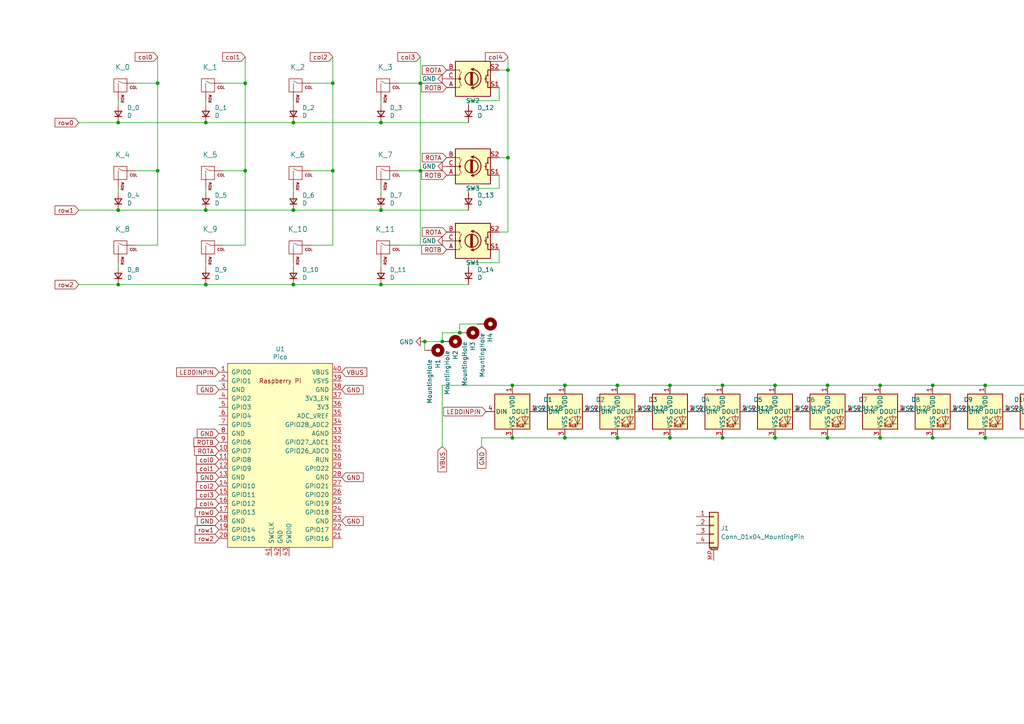
<source format=kicad_sch>
(kicad_sch (version 20211123) (generator eeschema)

  (uuid dfe2b635-82b2-435e-9c9d-1bd7709c0038)

  (paper "A4")

  (lib_symbols
    (symbol "Connector_Generic_MountingPin:Conn_01x04_MountingPin" (pin_names (offset 1.016) hide) (in_bom yes) (on_board yes)
      (property "Reference" "J" (id 0) (at 0 5.08 0)
        (effects (font (size 1.27 1.27)))
      )
      (property "Value" "Conn_01x04_MountingPin" (id 1) (at 1.27 -7.62 0)
        (effects (font (size 1.27 1.27)) (justify left))
      )
      (property "Footprint" "" (id 2) (at 0 0 0)
        (effects (font (size 1.27 1.27)) hide)
      )
      (property "Datasheet" "~" (id 3) (at 0 0 0)
        (effects (font (size 1.27 1.27)) hide)
      )
      (property "ki_keywords" "connector" (id 4) (at 0 0 0)
        (effects (font (size 1.27 1.27)) hide)
      )
      (property "ki_description" "Generic connectable mounting pin connector, single row, 01x04, script generated (kicad-library-utils/schlib/autogen/connector/)" (id 5) (at 0 0 0)
        (effects (font (size 1.27 1.27)) hide)
      )
      (property "ki_fp_filters" "Connector*:*_1x??-1MP*" (id 6) (at 0 0 0)
        (effects (font (size 1.27 1.27)) hide)
      )
      (symbol "Conn_01x04_MountingPin_1_1"
        (rectangle (start -1.27 -4.953) (end 0 -5.207)
          (stroke (width 0.1524) (type default) (color 0 0 0 0))
          (fill (type none))
        )
        (rectangle (start -1.27 -2.413) (end 0 -2.667)
          (stroke (width 0.1524) (type default) (color 0 0 0 0))
          (fill (type none))
        )
        (rectangle (start -1.27 0.127) (end 0 -0.127)
          (stroke (width 0.1524) (type default) (color 0 0 0 0))
          (fill (type none))
        )
        (rectangle (start -1.27 2.667) (end 0 2.413)
          (stroke (width 0.1524) (type default) (color 0 0 0 0))
          (fill (type none))
        )
        (rectangle (start -1.27 3.81) (end 1.27 -6.35)
          (stroke (width 0.254) (type default) (color 0 0 0 0))
          (fill (type background))
        )
        (polyline
          (pts
            (xy -1.016 -7.112)
            (xy 1.016 -7.112)
          )
          (stroke (width 0.1524) (type default) (color 0 0 0 0))
          (fill (type none))
        )
        (text "Mounting" (at 0 -6.731 0)
          (effects (font (size 0.381 0.381)))
        )
        (pin passive line (at -5.08 2.54 0) (length 3.81)
          (name "Pin_1" (effects (font (size 1.27 1.27))))
          (number "1" (effects (font (size 1.27 1.27))))
        )
        (pin passive line (at -5.08 0 0) (length 3.81)
          (name "Pin_2" (effects (font (size 1.27 1.27))))
          (number "2" (effects (font (size 1.27 1.27))))
        )
        (pin passive line (at -5.08 -2.54 0) (length 3.81)
          (name "Pin_3" (effects (font (size 1.27 1.27))))
          (number "3" (effects (font (size 1.27 1.27))))
        )
        (pin passive line (at -5.08 -5.08 0) (length 3.81)
          (name "Pin_4" (effects (font (size 1.27 1.27))))
          (number "4" (effects (font (size 1.27 1.27))))
        )
        (pin passive line (at 0 -10.16 90) (length 3.048)
          (name "MountPin" (effects (font (size 1.27 1.27))))
          (number "MP" (effects (font (size 1.27 1.27))))
        )
      )
    )
    (symbol "Device:D_Small" (pin_numbers hide) (pin_names (offset 0.254) hide) (in_bom yes) (on_board yes)
      (property "Reference" "D" (id 0) (at -1.27 2.032 0)
        (effects (font (size 1.27 1.27)) (justify left))
      )
      (property "Value" "D_Small" (id 1) (at -3.81 -2.032 0)
        (effects (font (size 1.27 1.27)) (justify left))
      )
      (property "Footprint" "" (id 2) (at 0 0 90)
        (effects (font (size 1.27 1.27)) hide)
      )
      (property "Datasheet" "~" (id 3) (at 0 0 90)
        (effects (font (size 1.27 1.27)) hide)
      )
      (property "ki_keywords" "diode" (id 4) (at 0 0 0)
        (effects (font (size 1.27 1.27)) hide)
      )
      (property "ki_description" "Diode, small symbol" (id 5) (at 0 0 0)
        (effects (font (size 1.27 1.27)) hide)
      )
      (property "ki_fp_filters" "TO-???* *_Diode_* *SingleDiode* D_*" (id 6) (at 0 0 0)
        (effects (font (size 1.27 1.27)) hide)
      )
      (symbol "D_Small_0_1"
        (polyline
          (pts
            (xy -0.762 -1.016)
            (xy -0.762 1.016)
          )
          (stroke (width 0.254) (type default) (color 0 0 0 0))
          (fill (type none))
        )
        (polyline
          (pts
            (xy -0.762 0)
            (xy 0.762 0)
          )
          (stroke (width 0) (type default) (color 0 0 0 0))
          (fill (type none))
        )
        (polyline
          (pts
            (xy 0.762 -1.016)
            (xy -0.762 0)
            (xy 0.762 1.016)
            (xy 0.762 -1.016)
          )
          (stroke (width 0.254) (type default) (color 0 0 0 0))
          (fill (type none))
        )
      )
      (symbol "D_Small_1_1"
        (pin passive line (at -2.54 0 0) (length 1.778)
          (name "K" (effects (font (size 1.27 1.27))))
          (number "1" (effects (font (size 1.27 1.27))))
        )
        (pin passive line (at 2.54 0 180) (length 1.778)
          (name "A" (effects (font (size 1.27 1.27))))
          (number "2" (effects (font (size 1.27 1.27))))
        )
      )
    )
    (symbol "Device:Rotary_Encoder_Switch" (pin_names (offset 0.254) hide) (in_bom yes) (on_board yes)
      (property "Reference" "SW" (id 0) (at 0 6.604 0)
        (effects (font (size 1.27 1.27)))
      )
      (property "Value" "Device_Rotary_Encoder_Switch" (id 1) (at 0 -6.604 0)
        (effects (font (size 1.27 1.27)))
      )
      (property "Footprint" "" (id 2) (at -3.81 4.064 0)
        (effects (font (size 1.27 1.27)) hide)
      )
      (property "Datasheet" "" (id 3) (at 0 6.604 0)
        (effects (font (size 1.27 1.27)) hide)
      )
      (property "ki_fp_filters" "RotaryEncoder*Switch*" (id 4) (at 0 0 0)
        (effects (font (size 1.27 1.27)) hide)
      )
      (symbol "Rotary_Encoder_Switch_0_1"
        (rectangle (start -5.08 5.08) (end 5.08 -5.08)
          (stroke (width 0.254) (type default) (color 0 0 0 0))
          (fill (type background))
        )
        (circle (center -3.81 0) (radius 0.254)
          (stroke (width 0) (type default) (color 0 0 0 0))
          (fill (type outline))
        )
        (arc (start -0.381 -2.794) (mid 2.3622 -0.0635) (end -0.381 2.667)
          (stroke (width 0.254) (type default) (color 0 0 0 0))
          (fill (type none))
        )
        (circle (center -0.381 0) (radius 1.905)
          (stroke (width 0.254) (type default) (color 0 0 0 0))
          (fill (type none))
        )
        (polyline
          (pts
            (xy -0.635 -1.778)
            (xy -0.635 1.778)
          )
          (stroke (width 0.254) (type default) (color 0 0 0 0))
          (fill (type none))
        )
        (polyline
          (pts
            (xy -0.381 -1.778)
            (xy -0.381 1.778)
          )
          (stroke (width 0.254) (type default) (color 0 0 0 0))
          (fill (type none))
        )
        (polyline
          (pts
            (xy -0.127 1.778)
            (xy -0.127 -1.778)
          )
          (stroke (width 0.254) (type default) (color 0 0 0 0))
          (fill (type none))
        )
        (polyline
          (pts
            (xy 3.81 0)
            (xy 3.429 0)
          )
          (stroke (width 0.254) (type default) (color 0 0 0 0))
          (fill (type none))
        )
        (polyline
          (pts
            (xy 3.81 1.016)
            (xy 3.81 -1.016)
          )
          (stroke (width 0.254) (type default) (color 0 0 0 0))
          (fill (type none))
        )
        (polyline
          (pts
            (xy -5.08 -2.54)
            (xy -3.81 -2.54)
            (xy -3.81 -2.032)
          )
          (stroke (width 0) (type default) (color 0 0 0 0))
          (fill (type none))
        )
        (polyline
          (pts
            (xy -5.08 2.54)
            (xy -3.81 2.54)
            (xy -3.81 2.032)
          )
          (stroke (width 0) (type default) (color 0 0 0 0))
          (fill (type none))
        )
        (polyline
          (pts
            (xy 0.254 -3.048)
            (xy -0.508 -2.794)
            (xy 0.127 -2.413)
          )
          (stroke (width 0.254) (type default) (color 0 0 0 0))
          (fill (type none))
        )
        (polyline
          (pts
            (xy 0.254 2.921)
            (xy -0.508 2.667)
            (xy 0.127 2.286)
          )
          (stroke (width 0.254) (type default) (color 0 0 0 0))
          (fill (type none))
        )
        (polyline
          (pts
            (xy 5.08 -2.54)
            (xy 4.318 -2.54)
            (xy 4.318 -1.016)
          )
          (stroke (width 0.254) (type default) (color 0 0 0 0))
          (fill (type none))
        )
        (polyline
          (pts
            (xy 5.08 2.54)
            (xy 4.318 2.54)
            (xy 4.318 1.016)
          )
          (stroke (width 0.254) (type default) (color 0 0 0 0))
          (fill (type none))
        )
        (polyline
          (pts
            (xy -5.08 0)
            (xy -3.81 0)
            (xy -3.81 -1.016)
            (xy -3.302 -2.032)
          )
          (stroke (width 0) (type default) (color 0 0 0 0))
          (fill (type none))
        )
        (polyline
          (pts
            (xy -4.318 0)
            (xy -3.81 0)
            (xy -3.81 1.016)
            (xy -3.302 2.032)
          )
          (stroke (width 0) (type default) (color 0 0 0 0))
          (fill (type none))
        )
        (circle (center 4.318 -1.016) (radius 0.127)
          (stroke (width 0.254) (type default) (color 0 0 0 0))
          (fill (type none))
        )
        (circle (center 4.318 1.016) (radius 0.127)
          (stroke (width 0.254) (type default) (color 0 0 0 0))
          (fill (type none))
        )
      )
      (symbol "Rotary_Encoder_Switch_1_1"
        (pin passive line (at -7.62 2.54 0) (length 2.54)
          (name "A" (effects (font (size 1.27 1.27))))
          (number "A" (effects (font (size 1.27 1.27))))
        )
        (pin passive line (at -7.62 -2.54 0) (length 2.54)
          (name "B" (effects (font (size 1.27 1.27))))
          (number "B" (effects (font (size 1.27 1.27))))
        )
        (pin passive line (at -7.62 0 0) (length 2.54)
          (name "C" (effects (font (size 1.27 1.27))))
          (number "C" (effects (font (size 1.27 1.27))))
        )
        (pin passive line (at 7.62 2.54 180) (length 2.54)
          (name "S1" (effects (font (size 1.27 1.27))))
          (number "S1" (effects (font (size 1.27 1.27))))
        )
        (pin passive line (at 7.62 -2.54 180) (length 2.54)
          (name "S2" (effects (font (size 1.27 1.27))))
          (number "S2" (effects (font (size 1.27 1.27))))
        )
      )
    )
    (symbol "LED:WS2812B" (pin_names (offset 0.254)) (in_bom yes) (on_board yes)
      (property "Reference" "D" (id 0) (at 5.08 5.715 0)
        (effects (font (size 1.27 1.27)) (justify right bottom))
      )
      (property "Value" "WS2812B" (id 1) (at 1.27 -5.715 0)
        (effects (font (size 1.27 1.27)) (justify left top))
      )
      (property "Footprint" "LED_SMD:LED_WS2812B_PLCC4_5.0x5.0mm_P3.2mm" (id 2) (at 1.27 -7.62 0)
        (effects (font (size 1.27 1.27)) (justify left top) hide)
      )
      (property "Datasheet" "https://cdn-shop.adafruit.com/datasheets/WS2812B.pdf" (id 3) (at 2.54 -9.525 0)
        (effects (font (size 1.27 1.27)) (justify left top) hide)
      )
      (property "ki_keywords" "RGB LED NeoPixel addressable" (id 4) (at 0 0 0)
        (effects (font (size 1.27 1.27)) hide)
      )
      (property "ki_description" "RGB LED with integrated controller" (id 5) (at 0 0 0)
        (effects (font (size 1.27 1.27)) hide)
      )
      (property "ki_fp_filters" "LED*WS2812*PLCC*5.0x5.0mm*P3.2mm*" (id 6) (at 0 0 0)
        (effects (font (size 1.27 1.27)) hide)
      )
      (symbol "WS2812B_0_0"
        (text "RGB" (at 2.286 -4.191 0)
          (effects (font (size 0.762 0.762)))
        )
      )
      (symbol "WS2812B_0_1"
        (polyline
          (pts
            (xy 1.27 -3.556)
            (xy 1.778 -3.556)
          )
          (stroke (width 0) (type default) (color 0 0 0 0))
          (fill (type none))
        )
        (polyline
          (pts
            (xy 1.27 -2.54)
            (xy 1.778 -2.54)
          )
          (stroke (width 0) (type default) (color 0 0 0 0))
          (fill (type none))
        )
        (polyline
          (pts
            (xy 4.699 -3.556)
            (xy 2.667 -3.556)
          )
          (stroke (width 0) (type default) (color 0 0 0 0))
          (fill (type none))
        )
        (polyline
          (pts
            (xy 2.286 -2.54)
            (xy 1.27 -3.556)
            (xy 1.27 -3.048)
          )
          (stroke (width 0) (type default) (color 0 0 0 0))
          (fill (type none))
        )
        (polyline
          (pts
            (xy 2.286 -1.524)
            (xy 1.27 -2.54)
            (xy 1.27 -2.032)
          )
          (stroke (width 0) (type default) (color 0 0 0 0))
          (fill (type none))
        )
        (polyline
          (pts
            (xy 3.683 -1.016)
            (xy 3.683 -3.556)
            (xy 3.683 -4.064)
          )
          (stroke (width 0) (type default) (color 0 0 0 0))
          (fill (type none))
        )
        (polyline
          (pts
            (xy 4.699 -1.524)
            (xy 2.667 -1.524)
            (xy 3.683 -3.556)
            (xy 4.699 -1.524)
          )
          (stroke (width 0) (type default) (color 0 0 0 0))
          (fill (type none))
        )
        (rectangle (start 5.08 5.08) (end -5.08 -5.08)
          (stroke (width 0.254) (type default) (color 0 0 0 0))
          (fill (type background))
        )
      )
      (symbol "WS2812B_1_1"
        (pin power_in line (at 0 7.62 270) (length 2.54)
          (name "VDD" (effects (font (size 1.27 1.27))))
          (number "1" (effects (font (size 1.27 1.27))))
        )
        (pin output line (at 7.62 0 180) (length 2.54)
          (name "DOUT" (effects (font (size 1.27 1.27))))
          (number "2" (effects (font (size 1.27 1.27))))
        )
        (pin power_in line (at 0 -7.62 90) (length 2.54)
          (name "VSS" (effects (font (size 1.27 1.27))))
          (number "3" (effects (font (size 1.27 1.27))))
        )
        (pin input line (at -7.62 0 0) (length 2.54)
          (name "DIN" (effects (font (size 1.27 1.27))))
          (number "4" (effects (font (size 1.27 1.27))))
        )
      )
    )
    (symbol "MCU_RaspberryPi_and_Boards:Pico" (pin_names (offset 1.016)) (in_bom yes) (on_board yes)
      (property "Reference" "U" (id 0) (at -13.97 27.94 0)
        (effects (font (size 1.27 1.27)))
      )
      (property "Value" "Pico" (id 1) (at 0 19.05 0)
        (effects (font (size 1.27 1.27)))
      )
      (property "Footprint" "RPi_Pico:RPi_Pico_SMD_TH" (id 2) (at 0 0 90)
        (effects (font (size 1.27 1.27)) hide)
      )
      (property "Datasheet" "" (id 3) (at 0 0 0)
        (effects (font (size 1.27 1.27)) hide)
      )
      (symbol "Pico_0_0"
        (text "Raspberry Pi" (at 0 21.59 0)
          (effects (font (size 1.27 1.27)))
        )
      )
      (symbol "Pico_0_1"
        (rectangle (start -15.24 26.67) (end 15.24 -26.67)
          (stroke (width 0) (type default) (color 0 0 0 0))
          (fill (type background))
        )
      )
      (symbol "Pico_1_1"
        (pin bidirectional line (at -17.78 24.13 0) (length 2.54)
          (name "GPIO0" (effects (font (size 1.27 1.27))))
          (number "1" (effects (font (size 1.27 1.27))))
        )
        (pin bidirectional line (at -17.78 1.27 0) (length 2.54)
          (name "GPIO7" (effects (font (size 1.27 1.27))))
          (number "10" (effects (font (size 1.27 1.27))))
        )
        (pin bidirectional line (at -17.78 -1.27 0) (length 2.54)
          (name "GPIO8" (effects (font (size 1.27 1.27))))
          (number "11" (effects (font (size 1.27 1.27))))
        )
        (pin bidirectional line (at -17.78 -3.81 0) (length 2.54)
          (name "GPIO9" (effects (font (size 1.27 1.27))))
          (number "12" (effects (font (size 1.27 1.27))))
        )
        (pin power_in line (at -17.78 -6.35 0) (length 2.54)
          (name "GND" (effects (font (size 1.27 1.27))))
          (number "13" (effects (font (size 1.27 1.27))))
        )
        (pin bidirectional line (at -17.78 -8.89 0) (length 2.54)
          (name "GPIO10" (effects (font (size 1.27 1.27))))
          (number "14" (effects (font (size 1.27 1.27))))
        )
        (pin bidirectional line (at -17.78 -11.43 0) (length 2.54)
          (name "GPIO11" (effects (font (size 1.27 1.27))))
          (number "15" (effects (font (size 1.27 1.27))))
        )
        (pin bidirectional line (at -17.78 -13.97 0) (length 2.54)
          (name "GPIO12" (effects (font (size 1.27 1.27))))
          (number "16" (effects (font (size 1.27 1.27))))
        )
        (pin bidirectional line (at -17.78 -16.51 0) (length 2.54)
          (name "GPIO13" (effects (font (size 1.27 1.27))))
          (number "17" (effects (font (size 1.27 1.27))))
        )
        (pin power_in line (at -17.78 -19.05 0) (length 2.54)
          (name "GND" (effects (font (size 1.27 1.27))))
          (number "18" (effects (font (size 1.27 1.27))))
        )
        (pin bidirectional line (at -17.78 -21.59 0) (length 2.54)
          (name "GPIO14" (effects (font (size 1.27 1.27))))
          (number "19" (effects (font (size 1.27 1.27))))
        )
        (pin bidirectional line (at -17.78 21.59 0) (length 2.54)
          (name "GPIO1" (effects (font (size 1.27 1.27))))
          (number "2" (effects (font (size 1.27 1.27))))
        )
        (pin bidirectional line (at -17.78 -24.13 0) (length 2.54)
          (name "GPIO15" (effects (font (size 1.27 1.27))))
          (number "20" (effects (font (size 1.27 1.27))))
        )
        (pin bidirectional line (at 17.78 -24.13 180) (length 2.54)
          (name "GPIO16" (effects (font (size 1.27 1.27))))
          (number "21" (effects (font (size 1.27 1.27))))
        )
        (pin bidirectional line (at 17.78 -21.59 180) (length 2.54)
          (name "GPIO17" (effects (font (size 1.27 1.27))))
          (number "22" (effects (font (size 1.27 1.27))))
        )
        (pin power_in line (at 17.78 -19.05 180) (length 2.54)
          (name "GND" (effects (font (size 1.27 1.27))))
          (number "23" (effects (font (size 1.27 1.27))))
        )
        (pin bidirectional line (at 17.78 -16.51 180) (length 2.54)
          (name "GPIO18" (effects (font (size 1.27 1.27))))
          (number "24" (effects (font (size 1.27 1.27))))
        )
        (pin bidirectional line (at 17.78 -13.97 180) (length 2.54)
          (name "GPIO19" (effects (font (size 1.27 1.27))))
          (number "25" (effects (font (size 1.27 1.27))))
        )
        (pin bidirectional line (at 17.78 -11.43 180) (length 2.54)
          (name "GPIO20" (effects (font (size 1.27 1.27))))
          (number "26" (effects (font (size 1.27 1.27))))
        )
        (pin bidirectional line (at 17.78 -8.89 180) (length 2.54)
          (name "GPIO21" (effects (font (size 1.27 1.27))))
          (number "27" (effects (font (size 1.27 1.27))))
        )
        (pin power_in line (at 17.78 -6.35 180) (length 2.54)
          (name "GND" (effects (font (size 1.27 1.27))))
          (number "28" (effects (font (size 1.27 1.27))))
        )
        (pin bidirectional line (at 17.78 -3.81 180) (length 2.54)
          (name "GPIO22" (effects (font (size 1.27 1.27))))
          (number "29" (effects (font (size 1.27 1.27))))
        )
        (pin power_in line (at -17.78 19.05 0) (length 2.54)
          (name "GND" (effects (font (size 1.27 1.27))))
          (number "3" (effects (font (size 1.27 1.27))))
        )
        (pin input line (at 17.78 -1.27 180) (length 2.54)
          (name "RUN" (effects (font (size 1.27 1.27))))
          (number "30" (effects (font (size 1.27 1.27))))
        )
        (pin bidirectional line (at 17.78 1.27 180) (length 2.54)
          (name "GPIO26_ADC0" (effects (font (size 1.27 1.27))))
          (number "31" (effects (font (size 1.27 1.27))))
        )
        (pin bidirectional line (at 17.78 3.81 180) (length 2.54)
          (name "GPIO27_ADC1" (effects (font (size 1.27 1.27))))
          (number "32" (effects (font (size 1.27 1.27))))
        )
        (pin power_in line (at 17.78 6.35 180) (length 2.54)
          (name "AGND" (effects (font (size 1.27 1.27))))
          (number "33" (effects (font (size 1.27 1.27))))
        )
        (pin bidirectional line (at 17.78 8.89 180) (length 2.54)
          (name "GPIO28_ADC2" (effects (font (size 1.27 1.27))))
          (number "34" (effects (font (size 1.27 1.27))))
        )
        (pin unspecified line (at 17.78 11.43 180) (length 2.54)
          (name "ADC_VREF" (effects (font (size 1.27 1.27))))
          (number "35" (effects (font (size 1.27 1.27))))
        )
        (pin unspecified line (at 17.78 13.97 180) (length 2.54)
          (name "3V3" (effects (font (size 1.27 1.27))))
          (number "36" (effects (font (size 1.27 1.27))))
        )
        (pin input line (at 17.78 16.51 180) (length 2.54)
          (name "3V3_EN" (effects (font (size 1.27 1.27))))
          (number "37" (effects (font (size 1.27 1.27))))
        )
        (pin bidirectional line (at 17.78 19.05 180) (length 2.54)
          (name "GND" (effects (font (size 1.27 1.27))))
          (number "38" (effects (font (size 1.27 1.27))))
        )
        (pin unspecified line (at 17.78 21.59 180) (length 2.54)
          (name "VSYS" (effects (font (size 1.27 1.27))))
          (number "39" (effects (font (size 1.27 1.27))))
        )
        (pin bidirectional line (at -17.78 16.51 0) (length 2.54)
          (name "GPIO2" (effects (font (size 1.27 1.27))))
          (number "4" (effects (font (size 1.27 1.27))))
        )
        (pin unspecified line (at 17.78 24.13 180) (length 2.54)
          (name "VBUS" (effects (font (size 1.27 1.27))))
          (number "40" (effects (font (size 1.27 1.27))))
        )
        (pin input line (at -2.54 -29.21 90) (length 2.54)
          (name "SWCLK" (effects (font (size 1.27 1.27))))
          (number "41" (effects (font (size 1.27 1.27))))
        )
        (pin power_in line (at 0 -29.21 90) (length 2.54)
          (name "GND" (effects (font (size 1.27 1.27))))
          (number "42" (effects (font (size 1.27 1.27))))
        )
        (pin bidirectional line (at 2.54 -29.21 90) (length 2.54)
          (name "SWDIO" (effects (font (size 1.27 1.27))))
          (number "43" (effects (font (size 1.27 1.27))))
        )
        (pin bidirectional line (at -17.78 13.97 0) (length 2.54)
          (name "GPIO3" (effects (font (size 1.27 1.27))))
          (number "5" (effects (font (size 1.27 1.27))))
        )
        (pin bidirectional line (at -17.78 11.43 0) (length 2.54)
          (name "GPIO4" (effects (font (size 1.27 1.27))))
          (number "6" (effects (font (size 1.27 1.27))))
        )
        (pin bidirectional line (at -17.78 8.89 0) (length 2.54)
          (name "GPIO5" (effects (font (size 1.27 1.27))))
          (number "7" (effects (font (size 1.27 1.27))))
        )
        (pin power_in line (at -17.78 6.35 0) (length 2.54)
          (name "GND" (effects (font (size 1.27 1.27))))
          (number "8" (effects (font (size 1.27 1.27))))
        )
        (pin bidirectional line (at -17.78 3.81 0) (length 2.54)
          (name "GPIO6" (effects (font (size 1.27 1.27))))
          (number "9" (effects (font (size 1.27 1.27))))
        )
      )
    )
    (symbol "MX_Alps_Hybrid:MX-NoLED" (pin_names (offset 1.016)) (in_bom yes) (on_board yes)
      (property "Reference" "MX" (id 0) (at -0.635 3.81 0)
        (effects (font (size 1.524 1.524)))
      )
      (property "Value" "MX-NoLED" (id 1) (at -0.635 1.27 0)
        (effects (font (size 0.508 0.508)))
      )
      (property "Footprint" "" (id 2) (at -15.875 -0.635 0)
        (effects (font (size 1.524 1.524)) hide)
      )
      (property "Datasheet" "" (id 3) (at -15.875 -0.635 0)
        (effects (font (size 1.524 1.524)) hide)
      )
      (symbol "MX-NoLED_0_0"
        (rectangle (start -2.54 2.54) (end 1.27 -1.27)
          (stroke (width 0) (type default) (color 0 0 0 0))
          (fill (type none))
        )
        (polyline
          (pts
            (xy -1.27 -1.27)
            (xy -1.27 1.27)
          )
          (stroke (width 0.127) (type default) (color 0 0 0 0))
          (fill (type none))
        )
        (polyline
          (pts
            (xy 1.27 1.27)
            (xy 0 1.27)
            (xy -1.27 1.905)
          )
          (stroke (width 0.127) (type default) (color 0 0 0 0))
          (fill (type none))
        )
        (text "COL" (at 3.175 0 0)
          (effects (font (size 0.762 0.762)))
        )
        (text "ROW" (at 0 -1.905 900)
          (effects (font (size 0.762 0.762)) (justify right))
        )
      )
      (symbol "MX-NoLED_1_1"
        (pin passive line (at 3.81 1.27 180) (length 2.54)
          (name "COL" (effects (font (size 0 0))))
          (number "1" (effects (font (size 0 0))))
        )
        (pin passive line (at -1.27 -3.81 90) (length 2.54)
          (name "ROW" (effects (font (size 0 0))))
          (number "2" (effects (font (size 0 0))))
        )
      )
    )
    (symbol "Mechanical:MountingHole_Pad" (pin_numbers hide) (pin_names (offset 1.016) hide) (in_bom yes) (on_board yes)
      (property "Reference" "H" (id 0) (at 0 6.35 0)
        (effects (font (size 1.27 1.27)))
      )
      (property "Value" "MountingHole_Pad" (id 1) (at 0 4.445 0)
        (effects (font (size 1.27 1.27)))
      )
      (property "Footprint" "" (id 2) (at 0 0 0)
        (effects (font (size 1.27 1.27)) hide)
      )
      (property "Datasheet" "~" (id 3) (at 0 0 0)
        (effects (font (size 1.27 1.27)) hide)
      )
      (property "ki_keywords" "mounting hole" (id 4) (at 0 0 0)
        (effects (font (size 1.27 1.27)) hide)
      )
      (property "ki_description" "Mounting Hole with connection" (id 5) (at 0 0 0)
        (effects (font (size 1.27 1.27)) hide)
      )
      (property "ki_fp_filters" "MountingHole*Pad*" (id 6) (at 0 0 0)
        (effects (font (size 1.27 1.27)) hide)
      )
      (symbol "MountingHole_Pad_0_1"
        (circle (center 0 1.27) (radius 1.27)
          (stroke (width 1.27) (type default) (color 0 0 0 0))
          (fill (type none))
        )
      )
      (symbol "MountingHole_Pad_1_1"
        (pin input line (at 0 -2.54 90) (length 2.54)
          (name "1" (effects (font (size 1.27 1.27))))
          (number "1" (effects (font (size 1.27 1.27))))
        )
      )
    )
    (symbol "power:GND" (power) (pin_names (offset 0)) (in_bom yes) (on_board yes)
      (property "Reference" "#PWR" (id 0) (at 0 -6.35 0)
        (effects (font (size 1.27 1.27)) hide)
      )
      (property "Value" "GND" (id 1) (at 0 -3.81 0)
        (effects (font (size 1.27 1.27)))
      )
      (property "Footprint" "" (id 2) (at 0 0 0)
        (effects (font (size 1.27 1.27)) hide)
      )
      (property "Datasheet" "" (id 3) (at 0 0 0)
        (effects (font (size 1.27 1.27)) hide)
      )
      (property "ki_keywords" "power-flag" (id 4) (at 0 0 0)
        (effects (font (size 1.27 1.27)) hide)
      )
      (property "ki_description" "Power symbol creates a global label with name \"GND\" , ground" (id 5) (at 0 0 0)
        (effects (font (size 1.27 1.27)) hide)
      )
      (symbol "GND_0_1"
        (polyline
          (pts
            (xy 0 0)
            (xy 0 -1.27)
            (xy 1.27 -1.27)
            (xy 0 -2.54)
            (xy -1.27 -1.27)
            (xy 0 -1.27)
          )
          (stroke (width 0) (type default) (color 0 0 0 0))
          (fill (type none))
        )
      )
      (symbol "GND_1_1"
        (pin power_in line (at 0 0 270) (length 0) hide
          (name "GND" (effects (font (size 1.27 1.27))))
          (number "1" (effects (font (size 1.27 1.27))))
        )
      )
    )
  )

  (junction (at 59.69 82.55) (diameter 0) (color 0 0 0 0)
    (uuid 069c68a3-b305-4215-8d4d-4cb6d805dc28)
  )
  (junction (at 121.92 24.13) (diameter 0) (color 0 0 0 0)
    (uuid 098ab8c1-1380-40a5-b8a8-396b8356b7d7)
  )
  (junction (at 194.31 111.76) (diameter 0) (color 0 0 0 0)
    (uuid 0e6667b3-c46e-4ebd-8bd0-cd5d012dd521)
  )
  (junction (at 85.09 60.96) (diameter 0) (color 0 0 0 0)
    (uuid 0f3044db-d469-49b9-9fb5-da9db272b449)
  )
  (junction (at 224.79 127) (diameter 0) (color 0 0 0 0)
    (uuid 12ebf601-bacc-4123-a33f-4bdeb6cec2aa)
  )
  (junction (at 121.92 49.53) (diameter 0) (color 0 0 0 0)
    (uuid 13baf9cb-631d-4f98-a92a-f4c1778815a4)
  )
  (junction (at 224.79 111.76) (diameter 0) (color 0 0 0 0)
    (uuid 188375fc-9bb8-46ef-87d3-84aa2b9ef932)
  )
  (junction (at 45.72 24.13) (diameter 0) (color 0 0 0 0)
    (uuid 1c5f2b06-dd65-40ca-a36f-d7882ab411c5)
  )
  (junction (at 34.29 35.56) (diameter 0) (color 0 0 0 0)
    (uuid 21082a3e-8e9f-4751-809f-ca381840f458)
  )
  (junction (at 96.52 49.53) (diameter 0) (color 0 0 0 0)
    (uuid 211af01d-cdae-4eb4-b7dc-dca341147b28)
  )
  (junction (at 148.59 127) (diameter 0) (color 0 0 0 0)
    (uuid 2330d1c2-4475-4471-8b36-81c9fd7517ef)
  )
  (junction (at 85.09 35.56) (diameter 0) (color 0 0 0 0)
    (uuid 25d8ed38-2451-4d4e-855a-33b89acfd0e8)
  )
  (junction (at 240.03 111.76) (diameter 0) (color 0 0 0 0)
    (uuid 34a1e855-01c3-4ef8-a698-5fc03043838b)
  )
  (junction (at 71.12 24.13) (diameter 0) (color 0 0 0 0)
    (uuid 366cca1d-2650-4d45-b6b2-729c0b93114a)
  )
  (junction (at 59.69 35.56) (diameter 0) (color 0 0 0 0)
    (uuid 3ff68f70-8a5a-418b-aeea-54d78cafb64d)
  )
  (junction (at 240.03 127) (diameter 0) (color 0 0 0 0)
    (uuid 47d0c06f-966f-41a4-a411-5156a66ffb26)
  )
  (junction (at 110.49 82.55) (diameter 0) (color 0 0 0 0)
    (uuid 487b7480-e2ad-42cd-82eb-c83064c73aff)
  )
  (junction (at 34.29 82.55) (diameter 0) (color 0 0 0 0)
    (uuid 4af2ec78-3481-4d29-b19e-80ef7de5b375)
  )
  (junction (at 147.32 45.72) (diameter 0) (color 0 0 0 0)
    (uuid 4bd60ea8-0086-4aee-a1db-6b61a6b7fe12)
  )
  (junction (at 71.12 49.53) (diameter 0) (color 0 0 0 0)
    (uuid 4db67a80-3a6f-4086-b785-d841a15bbd19)
  )
  (junction (at 285.75 111.76) (diameter 0) (color 0 0 0 0)
    (uuid 5182d28c-2dd3-4b62-a832-720114293286)
  )
  (junction (at 163.83 127) (diameter 0) (color 0 0 0 0)
    (uuid 530bc3a8-0574-41a8-8a5c-0fac4b376c66)
  )
  (junction (at 85.09 82.55) (diameter 0) (color 0 0 0 0)
    (uuid 59eeb459-7773-45fc-aca7-79f071ba0558)
  )
  (junction (at 179.07 111.76) (diameter 0) (color 0 0 0 0)
    (uuid 5d0edf30-1503-4c3b-97d0-e00fb8172112)
  )
  (junction (at 270.51 127) (diameter 0) (color 0 0 0 0)
    (uuid 7463edf6-a9ca-4a26-8c61-31f459601011)
  )
  (junction (at 45.72 49.53) (diameter 0) (color 0 0 0 0)
    (uuid 74de9af6-1c31-44b2-9d88-1f60d95700f2)
  )
  (junction (at 34.29 60.96) (diameter 0) (color 0 0 0 0)
    (uuid 78ad4f36-53c0-4157-ac0d-52f6aefe36cd)
  )
  (junction (at 163.83 111.76) (diameter 0) (color 0 0 0 0)
    (uuid 87afbf9f-990e-4410-b6a5-e5460c013e3d)
  )
  (junction (at 128.27 99.06) (diameter 0) (color 0 0 0 0)
    (uuid 8aa930cb-35cd-4b29-92e2-49d73e00be7d)
  )
  (junction (at 123.19 99.06) (diameter 0) (color 0 0 0 0)
    (uuid 8e01856b-fb10-4d61-a102-4b24370e7b71)
  )
  (junction (at 270.51 111.76) (diameter 0) (color 0 0 0 0)
    (uuid 9dbe89fa-0168-414a-8faa-18b037b4d806)
  )
  (junction (at 110.49 60.96) (diameter 0) (color 0 0 0 0)
    (uuid 9ea0dc00-55da-4d49-9ab3-f959217e235e)
  )
  (junction (at 59.69 60.96) (diameter 0) (color 0 0 0 0)
    (uuid a0ca5bad-cc2c-4c9e-b38b-105bf83d5c3d)
  )
  (junction (at 209.55 127) (diameter 0) (color 0 0 0 0)
    (uuid ab88c75e-4629-45be-8537-518ad471c69a)
  )
  (junction (at 209.55 111.76) (diameter 0) (color 0 0 0 0)
    (uuid b06fb745-b0ff-441f-bc12-88a407acd528)
  )
  (junction (at 147.32 20.32) (diameter 0) (color 0 0 0 0)
    (uuid b8afbbdb-9390-4be4-bc8c-f51623ccb47c)
  )
  (junction (at 179.07 127) (diameter 0) (color 0 0 0 0)
    (uuid ba79d701-5692-4609-8dc3-2cfd47a8b33b)
  )
  (junction (at 300.99 127) (diameter 0) (color 0 0 0 0)
    (uuid c263f50d-54fa-4e8d-a182-3a4af7ab5310)
  )
  (junction (at 255.27 111.76) (diameter 0) (color 0 0 0 0)
    (uuid c5e5d1d4-7530-422c-908e-e1a63092eebe)
  )
  (junction (at 96.52 24.13) (diameter 0) (color 0 0 0 0)
    (uuid ce5bc57b-f12b-4678-ad8c-7b3dffaf60bb)
  )
  (junction (at 194.31 127) (diameter 0) (color 0 0 0 0)
    (uuid d49393cf-e954-45fe-859b-f33dabf40fb4)
  )
  (junction (at 133.35 96.52) (diameter 0) (color 0 0 0 0)
    (uuid d9682c5f-29b8-4f83-aab2-f38484140637)
  )
  (junction (at 148.59 111.76) (diameter 0) (color 0 0 0 0)
    (uuid e3465cc1-0383-4644-a051-5f8777a511ec)
  )
  (junction (at 255.27 127) (diameter 0) (color 0 0 0 0)
    (uuid e578c8b9-ba74-4982-9e35-6c709d6e3197)
  )
  (junction (at 110.49 35.56) (diameter 0) (color 0 0 0 0)
    (uuid f2145b2d-4bbf-41f5-bd65-78c6be2b89b0)
  )
  (junction (at 285.75 127) (diameter 0) (color 0 0 0 0)
    (uuid f2f2260f-cb2b-4b12-a323-880eaab59dfe)
  )
  (junction (at 300.99 111.76) (diameter 0) (color 0 0 0 0)
    (uuid f3ee17ec-fea2-4cb8-9604-95740d37ce49)
  )

  (wire (pts (xy 285.75 111.76) (xy 270.51 111.76))
    (stroke (width 0) (type default) (color 0 0 0 0))
    (uuid 00af144a-d972-404f-b4c1-23ebc2284d28)
  )
  (wire (pts (xy 85.09 82.55) (xy 110.49 82.55))
    (stroke (width 0) (type default) (color 0 0 0 0))
    (uuid 0223107a-27ab-4099-b94b-a208bef5face)
  )
  (wire (pts (xy 110.49 29.21) (xy 110.49 30.48))
    (stroke (width 0) (type default) (color 0 0 0 0))
    (uuid 02a23b8e-c710-4b39-9d83-63922652e346)
  )
  (wire (pts (xy 115.57 24.13) (xy 121.92 24.13))
    (stroke (width 0) (type default) (color 0 0 0 0))
    (uuid 03d5d36d-7d04-4655-9ddd-9b2863c89c7c)
  )
  (wire (pts (xy 135.89 55.88) (xy 135.89 54.61))
    (stroke (width 0) (type default) (color 0 0 0 0))
    (uuid 054df229-80f3-4a62-b002-110f1f274a6b)
  )
  (wire (pts (xy 71.12 24.13) (xy 71.12 49.53))
    (stroke (width 0) (type default) (color 0 0 0 0))
    (uuid 063b249e-1210-41c5-80d8-5948fc5e5085)
  )
  (wire (pts (xy 59.69 76.2) (xy 59.69 77.47))
    (stroke (width 0) (type default) (color 0 0 0 0))
    (uuid 06c3a1e6-a32d-47a0-9cb7-429216001cf2)
  )
  (wire (pts (xy 133.35 96.52) (xy 133.35 93.98))
    (stroke (width 0) (type default) (color 0 0 0 0))
    (uuid 07f6681b-873b-4e6a-b1b5-af9dc14fd5e5)
  )
  (wire (pts (xy 71.12 71.12) (xy 71.12 49.53))
    (stroke (width 0) (type default) (color 0 0 0 0))
    (uuid 084c8b3e-3fdc-4a37-bd11-fe175c74d2a6)
  )
  (wire (pts (xy 128.27 111.76) (xy 128.27 129.54))
    (stroke (width 0) (type default) (color 0 0 0 0))
    (uuid 0a690d0f-6971-47a7-ab42-d076c1fc6a64)
  )
  (wire (pts (xy 22.86 60.96) (xy 34.29 60.96))
    (stroke (width 0) (type default) (color 0 0 0 0))
    (uuid 1128a7bd-1a8b-492d-9cf0-2a6843ae682f)
  )
  (wire (pts (xy 144.78 67.31) (xy 147.32 67.31))
    (stroke (width 0) (type default) (color 0 0 0 0))
    (uuid 129fad9a-2d38-46a3-bb0f-83c485218739)
  )
  (wire (pts (xy 144.78 76.2) (xy 144.78 72.39))
    (stroke (width 0) (type default) (color 0 0 0 0))
    (uuid 1514890f-ec8f-4873-b6f3-9862bfe46323)
  )
  (wire (pts (xy 240.03 127) (xy 224.79 127))
    (stroke (width 0) (type default) (color 0 0 0 0))
    (uuid 16ad58de-dd66-437a-a8cd-17c79e523505)
  )
  (wire (pts (xy 64.77 24.13) (xy 71.12 24.13))
    (stroke (width 0) (type default) (color 0 0 0 0))
    (uuid 179c2f67-86b8-4fca-a5f6-24f5bac20d89)
  )
  (wire (pts (xy 147.32 16.51) (xy 147.32 20.32))
    (stroke (width 0) (type default) (color 0 0 0 0))
    (uuid 20fe3d0e-0b24-4d55-b3da-b89a0ec0f69b)
  )
  (wire (pts (xy 85.09 54.61) (xy 85.09 55.88))
    (stroke (width 0) (type default) (color 0 0 0 0))
    (uuid 25d2b03a-9980-4070-bcbe-fecbbe99ad72)
  )
  (wire (pts (xy 110.49 82.55) (xy 135.89 82.55))
    (stroke (width 0) (type default) (color 0 0 0 0))
    (uuid 2d2f92f3-0724-47b4-9e8e-a21e6bee83ab)
  )
  (wire (pts (xy 209.55 127) (xy 194.31 127))
    (stroke (width 0) (type default) (color 0 0 0 0))
    (uuid 2ea7ed4c-ee5d-4ce3-a6cc-7e293d891072)
  )
  (wire (pts (xy 128.27 99.06) (xy 128.27 96.52))
    (stroke (width 0) (type default) (color 0 0 0 0))
    (uuid 2ed74284-0574-49de-99a5-42a676045649)
  )
  (wire (pts (xy 121.92 71.12) (xy 121.92 49.53))
    (stroke (width 0) (type default) (color 0 0 0 0))
    (uuid 361e97f0-e0f8-4ace-aff4-12d100010fd1)
  )
  (wire (pts (xy 224.79 127) (xy 209.55 127))
    (stroke (width 0) (type default) (color 0 0 0 0))
    (uuid 38f83797-55e6-400f-b800-1f39d90fd919)
  )
  (wire (pts (xy 34.29 29.21) (xy 34.29 30.48))
    (stroke (width 0) (type default) (color 0 0 0 0))
    (uuid 3ecff072-8fe5-4f17-80df-e230846fb12d)
  )
  (wire (pts (xy 255.27 111.76) (xy 240.03 111.76))
    (stroke (width 0) (type default) (color 0 0 0 0))
    (uuid 43ff31e4-ff1d-4965-a5b9-77839f3e2ee1)
  )
  (wire (pts (xy 110.49 76.2) (xy 110.49 77.47))
    (stroke (width 0) (type default) (color 0 0 0 0))
    (uuid 45ff6427-af60-4469-808d-90ddf73fc902)
  )
  (wire (pts (xy 121.92 24.13) (xy 121.92 49.53))
    (stroke (width 0) (type default) (color 0 0 0 0))
    (uuid 474681e9-1125-4e37-8778-3452d4a404ca)
  )
  (wire (pts (xy 285.75 127) (xy 270.51 127))
    (stroke (width 0) (type default) (color 0 0 0 0))
    (uuid 47d800ae-03cd-4f1a-8418-dba4f5afcae5)
  )
  (wire (pts (xy 45.72 16.51) (xy 45.72 24.13))
    (stroke (width 0) (type default) (color 0 0 0 0))
    (uuid 48b07473-8797-40d7-bdd9-3438e863d4d4)
  )
  (wire (pts (xy 45.72 49.53) (xy 45.72 71.12))
    (stroke (width 0) (type default) (color 0 0 0 0))
    (uuid 4ceddf4e-502f-4cbb-b295-6ac51115d626)
  )
  (wire (pts (xy 90.17 24.13) (xy 96.52 24.13))
    (stroke (width 0) (type default) (color 0 0 0 0))
    (uuid 53609c90-137a-4321-8460-00c118c2a9d1)
  )
  (wire (pts (xy 59.69 54.61) (xy 59.69 55.88))
    (stroke (width 0) (type default) (color 0 0 0 0))
    (uuid 5a19a818-38df-41d0-a7b0-0dfdb9483987)
  )
  (wire (pts (xy 59.69 35.56) (xy 85.09 35.56))
    (stroke (width 0) (type default) (color 0 0 0 0))
    (uuid 5b086c93-e118-4a7d-a261-5a9265abe4f3)
  )
  (wire (pts (xy 135.89 77.47) (xy 135.89 76.2))
    (stroke (width 0) (type default) (color 0 0 0 0))
    (uuid 5c4d48e6-2c07-46e4-a4d4-ab2aa6b79794)
  )
  (wire (pts (xy 255.27 127) (xy 240.03 127))
    (stroke (width 0) (type default) (color 0 0 0 0))
    (uuid 5f6a689d-f57b-4221-b5b5-c609869434b4)
  )
  (wire (pts (xy 39.37 49.53) (xy 45.72 49.53))
    (stroke (width 0) (type default) (color 0 0 0 0))
    (uuid 61df0cda-c64e-4e72-b03e-0b6f68537486)
  )
  (wire (pts (xy 135.89 54.61) (xy 144.78 54.61))
    (stroke (width 0) (type default) (color 0 0 0 0))
    (uuid 649e60d7-80d3-42dc-ade0-2733b2d1eeb7)
  )
  (wire (pts (xy 110.49 60.96) (xy 135.89 60.96))
    (stroke (width 0) (type default) (color 0 0 0 0))
    (uuid 654966c4-3529-4a39-b75b-3e522ffa01cf)
  )
  (wire (pts (xy 144.78 20.32) (xy 147.32 20.32))
    (stroke (width 0) (type default) (color 0 0 0 0))
    (uuid 67b03db7-01f7-4787-b5ae-ed11c8922cf2)
  )
  (wire (pts (xy 123.19 99.06) (xy 128.27 99.06))
    (stroke (width 0) (type default) (color 0 0 0 0))
    (uuid 67d6b570-f2fa-41ba-8600-7982cb169b68)
  )
  (wire (pts (xy 34.29 54.61) (xy 34.29 55.88))
    (stroke (width 0) (type default) (color 0 0 0 0))
    (uuid 6a20f752-ac7e-4d88-b516-c68bda1f2184)
  )
  (wire (pts (xy 64.77 49.53) (xy 71.12 49.53))
    (stroke (width 0) (type default) (color 0 0 0 0))
    (uuid 6ba33842-da84-4eaa-b2d4-d713c82e3376)
  )
  (wire (pts (xy 123.19 101.6) (xy 123.19 99.06))
    (stroke (width 0) (type default) (color 0 0 0 0))
    (uuid 701d6e85-2f2f-4ff2-9929-e8e27312fa50)
  )
  (wire (pts (xy 144.78 45.72) (xy 147.32 45.72))
    (stroke (width 0) (type default) (color 0 0 0 0))
    (uuid 74e52c47-037a-452a-890b-db611d236f95)
  )
  (wire (pts (xy 148.59 111.76) (xy 128.27 111.76))
    (stroke (width 0) (type default) (color 0 0 0 0))
    (uuid 75734a22-48fe-4cc7-a33e-c05d00169e65)
  )
  (wire (pts (xy 147.32 45.72) (xy 147.32 67.31))
    (stroke (width 0) (type default) (color 0 0 0 0))
    (uuid 760423ed-a04c-410e-bbe3-742b6f82127f)
  )
  (wire (pts (xy 194.31 111.76) (xy 179.07 111.76))
    (stroke (width 0) (type default) (color 0 0 0 0))
    (uuid 76bb25c3-98cc-49c5-bdae-3b529c4bdf30)
  )
  (wire (pts (xy 179.07 111.76) (xy 163.83 111.76))
    (stroke (width 0) (type default) (color 0 0 0 0))
    (uuid 7a2bae84-e1fb-4566-a3b5-6f78f32e1f36)
  )
  (wire (pts (xy 115.57 71.12) (xy 121.92 71.12))
    (stroke (width 0) (type default) (color 0 0 0 0))
    (uuid 83b9940a-1e73-4b48-9ce0-1a26af31ea10)
  )
  (wire (pts (xy 96.52 16.51) (xy 96.52 24.13))
    (stroke (width 0) (type default) (color 0 0 0 0))
    (uuid 856388fb-18d9-48b8-a8f0-8c934a9b3630)
  )
  (wire (pts (xy 85.09 35.56) (xy 110.49 35.56))
    (stroke (width 0) (type default) (color 0 0 0 0))
    (uuid 8b05f5ae-4b63-4175-af55-3034d9aa12dd)
  )
  (wire (pts (xy 71.12 16.51) (xy 71.12 24.13))
    (stroke (width 0) (type default) (color 0 0 0 0))
    (uuid 8cd0203b-a86a-4ca9-bfd2-76ac4d9d3e5c)
  )
  (wire (pts (xy 300.99 127) (xy 285.75 127))
    (stroke (width 0) (type default) (color 0 0 0 0))
    (uuid 8ee75a1f-6010-49e3-8616-37e4116f38c9)
  )
  (wire (pts (xy 139.7 127) (xy 139.7 129.54))
    (stroke (width 0) (type default) (color 0 0 0 0))
    (uuid 923c1948-9e10-4319-a4cc-47cf4da34d55)
  )
  (wire (pts (xy 163.83 111.76) (xy 148.59 111.76))
    (stroke (width 0) (type default) (color 0 0 0 0))
    (uuid 98f2d30d-a329-4025-90e7-16b6d0f00568)
  )
  (wire (pts (xy 34.29 82.55) (xy 59.69 82.55))
    (stroke (width 0) (type default) (color 0 0 0 0))
    (uuid 9c55c4fc-5e24-45a8-8df6-647c274b2f9e)
  )
  (wire (pts (xy 316.23 111.76) (xy 300.99 111.76))
    (stroke (width 0) (type default) (color 0 0 0 0))
    (uuid a3523acd-051c-4c2d-9006-a50523d48664)
  )
  (wire (pts (xy 144.78 54.61) (xy 144.78 50.8))
    (stroke (width 0) (type default) (color 0 0 0 0))
    (uuid a5a50410-b429-45bb-abd4-65465a0f9691)
  )
  (wire (pts (xy 85.09 60.96) (xy 110.49 60.96))
    (stroke (width 0) (type default) (color 0 0 0 0))
    (uuid a5c5915a-0a7b-4db3-b918-2db73ae1a204)
  )
  (wire (pts (xy 135.89 30.48) (xy 135.89 29.21))
    (stroke (width 0) (type default) (color 0 0 0 0))
    (uuid a7239465-5c8b-45c1-bb77-6817be68b7e6)
  )
  (wire (pts (xy 34.29 76.2) (xy 34.29 77.47))
    (stroke (width 0) (type default) (color 0 0 0 0))
    (uuid a939a8a5-42a0-4437-99b0-4ed1909859bc)
  )
  (wire (pts (xy 22.86 35.56) (xy 34.29 35.56))
    (stroke (width 0) (type default) (color 0 0 0 0))
    (uuid ac7bf8a8-df97-4c8b-9b63-76a102e40d26)
  )
  (wire (pts (xy 300.99 111.76) (xy 285.75 111.76))
    (stroke (width 0) (type default) (color 0 0 0 0))
    (uuid ae4ae5bc-5923-4383-9eaf-53d8b96129f4)
  )
  (wire (pts (xy 135.89 29.21) (xy 144.78 29.21))
    (stroke (width 0) (type default) (color 0 0 0 0))
    (uuid aed3a617-dd72-4971-b012-a3df375e2513)
  )
  (wire (pts (xy 135.89 76.2) (xy 144.78 76.2))
    (stroke (width 0) (type default) (color 0 0 0 0))
    (uuid aed3b8e8-298b-462c-b41d-c03b38187578)
  )
  (wire (pts (xy 64.77 71.12) (xy 71.12 71.12))
    (stroke (width 0) (type default) (color 0 0 0 0))
    (uuid b07f76ed-6344-423a-8e56-55db0e5b2439)
  )
  (wire (pts (xy 22.86 82.55) (xy 34.29 82.55))
    (stroke (width 0) (type default) (color 0 0 0 0))
    (uuid b4dfe8e4-2a9d-4f60-b514-c0e087f8e699)
  )
  (wire (pts (xy 34.29 60.96) (xy 59.69 60.96))
    (stroke (width 0) (type default) (color 0 0 0 0))
    (uuid b5713d95-bcf7-4b85-b5bb-2fc883dee1f6)
  )
  (wire (pts (xy 316.23 127) (xy 300.99 127))
    (stroke (width 0) (type default) (color 0 0 0 0))
    (uuid b83344e2-c7ca-47de-91d8-2e1797fd78a0)
  )
  (wire (pts (xy 121.92 16.51) (xy 121.92 24.13))
    (stroke (width 0) (type default) (color 0 0 0 0))
    (uuid ba99ad96-ad7a-4904-b2f3-b5665f325179)
  )
  (wire (pts (xy 39.37 24.13) (xy 45.72 24.13))
    (stroke (width 0) (type default) (color 0 0 0 0))
    (uuid baeddb49-7e69-4715-aa9d-e150ba97bb6f)
  )
  (wire (pts (xy 90.17 49.53) (xy 96.52 49.53))
    (stroke (width 0) (type default) (color 0 0 0 0))
    (uuid c380b986-be9b-45dc-8fb0-6c6620912476)
  )
  (wire (pts (xy 110.49 35.56) (xy 135.89 35.56))
    (stroke (width 0) (type default) (color 0 0 0 0))
    (uuid c95139d7-ed60-4a0d-b7d3-87c540ea3ba1)
  )
  (wire (pts (xy 96.52 24.13) (xy 96.52 49.53))
    (stroke (width 0) (type default) (color 0 0 0 0))
    (uuid c95e9a6c-ba88-41a5-8d0f-7afca2be1e25)
  )
  (wire (pts (xy 128.27 96.52) (xy 133.35 96.52))
    (stroke (width 0) (type default) (color 0 0 0 0))
    (uuid c9ee1793-5a49-4f2d-a3ab-dd4254db355d)
  )
  (wire (pts (xy 163.83 127) (xy 148.59 127))
    (stroke (width 0) (type default) (color 0 0 0 0))
    (uuid cd9af12a-d29c-4b5b-8052-ab85861031c1)
  )
  (wire (pts (xy 85.09 76.2) (xy 85.09 77.47))
    (stroke (width 0) (type default) (color 0 0 0 0))
    (uuid cf1801c1-a11e-4b0c-a39e-998c28489d3d)
  )
  (wire (pts (xy 115.57 49.53) (xy 121.92 49.53))
    (stroke (width 0) (type default) (color 0 0 0 0))
    (uuid d3c2a35a-6d65-4595-9497-2d2981170a93)
  )
  (wire (pts (xy 34.29 35.56) (xy 59.69 35.56))
    (stroke (width 0) (type default) (color 0 0 0 0))
    (uuid d451298e-9fa7-4f5e-99ee-626ad0bf5462)
  )
  (wire (pts (xy 209.55 111.76) (xy 194.31 111.76))
    (stroke (width 0) (type default) (color 0 0 0 0))
    (uuid d51ea8e1-70dc-4275-9240-a70ff2d6a6c0)
  )
  (wire (pts (xy 270.51 127) (xy 255.27 127))
    (stroke (width 0) (type default) (color 0 0 0 0))
    (uuid d560d8f6-563f-4972-81b2-4d7eaa15cc6f)
  )
  (wire (pts (xy 194.31 127) (xy 179.07 127))
    (stroke (width 0) (type default) (color 0 0 0 0))
    (uuid d6556892-a7ab-4b21-89e0-e6aa7f626c13)
  )
  (wire (pts (xy 96.52 71.12) (xy 96.52 49.53))
    (stroke (width 0) (type default) (color 0 0 0 0))
    (uuid dcc0b996-161a-490e-a144-3d5fcc170e95)
  )
  (wire (pts (xy 59.69 82.55) (xy 85.09 82.55))
    (stroke (width 0) (type default) (color 0 0 0 0))
    (uuid df7e130c-a3bd-4a7e-a681-c2639a7fb0a5)
  )
  (wire (pts (xy 39.37 71.12) (xy 45.72 71.12))
    (stroke (width 0) (type default) (color 0 0 0 0))
    (uuid e2045c6a-f86c-4ddc-9c2b-e1eab2a06a84)
  )
  (wire (pts (xy 90.17 71.12) (xy 96.52 71.12))
    (stroke (width 0) (type default) (color 0 0 0 0))
    (uuid e6197573-c5a7-48dd-82d0-3ddce36f05a9)
  )
  (wire (pts (xy 45.72 24.13) (xy 45.72 49.53))
    (stroke (width 0) (type default) (color 0 0 0 0))
    (uuid e6c36264-8ccf-49cb-af14-893c37059d3f)
  )
  (wire (pts (xy 59.69 60.96) (xy 85.09 60.96))
    (stroke (width 0) (type default) (color 0 0 0 0))
    (uuid e6c7768f-16a6-45c1-84a5-39a3f9226874)
  )
  (wire (pts (xy 240.03 111.76) (xy 224.79 111.76))
    (stroke (width 0) (type default) (color 0 0 0 0))
    (uuid e9990c02-89c0-4952-b43c-3c976f415766)
  )
  (wire (pts (xy 224.79 111.76) (xy 209.55 111.76))
    (stroke (width 0) (type default) (color 0 0 0 0))
    (uuid eb1c79c5-d633-4230-af41-691310a47341)
  )
  (wire (pts (xy 270.51 111.76) (xy 255.27 111.76))
    (stroke (width 0) (type default) (color 0 0 0 0))
    (uuid f0a3ee1c-541e-4e7d-bbb0-de9b4c032f79)
  )
  (wire (pts (xy 144.78 29.21) (xy 144.78 25.4))
    (stroke (width 0) (type default) (color 0 0 0 0))
    (uuid f22f21fa-1465-4019-91dc-6ed7906a2c10)
  )
  (wire (pts (xy 148.59 127) (xy 139.7 127))
    (stroke (width 0) (type default) (color 0 0 0 0))
    (uuid f6b2a296-6701-4a18-bbbd-0f37faf64565)
  )
  (wire (pts (xy 133.35 93.98) (xy 138.43 93.98))
    (stroke (width 0) (type default) (color 0 0 0 0))
    (uuid f72e8210-f3c6-47fd-8068-eb7e7108295c)
  )
  (wire (pts (xy 85.09 29.21) (xy 85.09 30.48))
    (stroke (width 0) (type default) (color 0 0 0 0))
    (uuid f7ab5afe-1f32-448e-94cd-57886eb9601f)
  )
  (wire (pts (xy 59.69 29.21) (xy 59.69 30.48))
    (stroke (width 0) (type default) (color 0 0 0 0))
    (uuid f9b20b58-466c-4899-a78e-e0ea14a9673a)
  )
  (wire (pts (xy 147.32 20.32) (xy 147.32 45.72))
    (stroke (width 0) (type default) (color 0 0 0 0))
    (uuid fbaf8697-d6ac-4559-80c7-db50f73bff8a)
  )
  (wire (pts (xy 110.49 54.61) (xy 110.49 55.88))
    (stroke (width 0) (type default) (color 0 0 0 0))
    (uuid fc9f3855-1252-4328-83ca-86bc77a60c07)
  )
  (wire (pts (xy 179.07 127) (xy 163.83 127))
    (stroke (width 0) (type default) (color 0 0 0 0))
    (uuid fdd0fc83-7b18-43db-b6f6-53a14b19a9ea)
  )

  (global_label "ROTB" (shape input) (at 129.54 72.39 180) (fields_autoplaced)
    (effects (font (size 1.27 1.27)) (justify right))
    (uuid 040b530b-7191-4b8c-bf50-782a7964e979)
    (property "Intersheet References" "${INTERSHEET_REFS}" (id 0) (at 0 0 0)
      (effects (font (size 1.27 1.27)) hide)
    )
  )
  (global_label "ROTA" (shape input) (at 129.54 45.72 180) (fields_autoplaced)
    (effects (font (size 1.27 1.27)) (justify right))
    (uuid 102946ac-5c24-463d-9066-5ae0bb607581)
    (property "Intersheet References" "${INTERSHEET_REFS}" (id 0) (at 0 0 0)
      (effects (font (size 1.27 1.27)) hide)
    )
  )
  (global_label "GND" (shape input) (at 99.06 113.03 0) (fields_autoplaced)
    (effects (font (size 1.27 1.27)) (justify left))
    (uuid 1a0b0354-7e8a-4de9-938d-3a3db9fe7fba)
    (property "Intersheet References" "${INTERSHEET_REFS}" (id 0) (at 0 0 0)
      (effects (font (size 1.27 1.27)) hide)
    )
  )
  (global_label "VBUS" (shape input) (at 128.27 129.54 270) (fields_autoplaced)
    (effects (font (size 1.27 1.27)) (justify right))
    (uuid 2c69923d-cf89-4a31-822f-4d2f5ceca859)
    (property "Intersheet References" "${INTERSHEET_REFS}" (id 0) (at 128.3494 136.7628 90)
      (effects (font (size 1.27 1.27)) (justify right) hide)
    )
  )
  (global_label "ROTB" (shape input) (at 129.54 25.4 180) (fields_autoplaced)
    (effects (font (size 1.27 1.27)) (justify right))
    (uuid 2eeeae69-e005-4d85-856f-654d4e9aa985)
    (property "Intersheet References" "${INTERSHEET_REFS}" (id 0) (at 0 0 0)
      (effects (font (size 1.27 1.27)) hide)
    )
  )
  (global_label "ROTB" (shape input) (at 63.5 128.27 180) (fields_autoplaced)
    (effects (font (size 1.27 1.27)) (justify right))
    (uuid 3304416c-33e5-43a7-b1cd-23a04f0ad842)
    (property "Intersheet References" "${INTERSHEET_REFS}" (id 0) (at 0 0 0)
      (effects (font (size 1.27 1.27)) hide)
    )
  )
  (global_label "row0" (shape input) (at 63.5 148.59 180) (fields_autoplaced)
    (effects (font (size 1.27 1.27)) (justify right))
    (uuid 346dbd6c-e4cd-4100-90d3-775d6dee3a7f)
    (property "Intersheet References" "${INTERSHEET_REFS}" (id 0) (at 0 0 0)
      (effects (font (size 1.27 1.27)) hide)
    )
  )
  (global_label "col3" (shape input) (at 121.92 16.51 180) (fields_autoplaced)
    (effects (font (size 1.27 1.27)) (justify right))
    (uuid 368e0798-54c0-4134-bbf4-9e85f89f6e4d)
    (property "Intersheet References" "${INTERSHEET_REFS}" (id 0) (at 0 0 0)
      (effects (font (size 1.27 1.27)) hide)
    )
  )
  (global_label "ROTB" (shape input) (at 129.54 50.8 180) (fields_autoplaced)
    (effects (font (size 1.27 1.27)) (justify right))
    (uuid 3aa44a7b-c64d-4fd8-9cca-e8413e94b376)
    (property "Intersheet References" "${INTERSHEET_REFS}" (id 0) (at 0 0 0)
      (effects (font (size 1.27 1.27)) hide)
    )
  )
  (global_label "LEDDINPIN" (shape input) (at 140.97 119.38 180) (fields_autoplaced)
    (effects (font (size 1.27 1.27)) (justify right))
    (uuid 3e2a5be1-d1c9-4c77-9369-fe5bc90f4ee6)
    (property "Intersheet References" "${INTERSHEET_REFS}" (id 0) (at 128.7882 119.3006 0)
      (effects (font (size 1.27 1.27)) (justify right) hide)
    )
  )
  (global_label "GND" (shape input) (at 139.7 129.54 270) (fields_autoplaced)
    (effects (font (size 1.27 1.27)) (justify right))
    (uuid 51acc489-0542-4ed7-a13c-8213e04f4d05)
    (property "Intersheet References" "${INTERSHEET_REFS}" (id 0) (at 139.6206 135.7347 90)
      (effects (font (size 1.27 1.27)) (justify right) hide)
    )
  )
  (global_label "col0" (shape input) (at 45.72 16.51 180) (fields_autoplaced)
    (effects (font (size 1.27 1.27)) (justify right))
    (uuid 546ec9a4-c997-47de-a3b4-70950a1248fb)
    (property "Intersheet References" "${INTERSHEET_REFS}" (id 0) (at 0 0 0)
      (effects (font (size 1.27 1.27)) hide)
    )
  )
  (global_label "row1" (shape input) (at 63.5 153.67 180) (fields_autoplaced)
    (effects (font (size 1.27 1.27)) (justify right))
    (uuid 6f2593ca-6afb-4325-a855-073423299c3b)
    (property "Intersheet References" "${INTERSHEET_REFS}" (id 0) (at 0 0 0)
      (effects (font (size 1.27 1.27)) hide)
    )
  )
  (global_label "row2" (shape input) (at 63.5 156.21 180) (fields_autoplaced)
    (effects (font (size 1.27 1.27)) (justify right))
    (uuid 74a95eee-e393-4573-899d-689a66245b72)
    (property "Intersheet References" "${INTERSHEET_REFS}" (id 0) (at 0 0 0)
      (effects (font (size 1.27 1.27)) hide)
    )
  )
  (global_label "row2" (shape input) (at 22.86 82.55 180) (fields_autoplaced)
    (effects (font (size 1.27 1.27)) (justify right))
    (uuid 7969ab99-4587-4123-a179-9e5791792aeb)
    (property "Intersheet References" "${INTERSHEET_REFS}" (id 0) (at 0 0 0)
      (effects (font (size 1.27 1.27)) hide)
    )
  )
  (global_label "col2" (shape input) (at 63.5 140.97 180) (fields_autoplaced)
    (effects (font (size 1.27 1.27)) (justify right))
    (uuid 7a882d3f-fd3a-4d70-b1ce-0a8f0017bf30)
    (property "Intersheet References" "${INTERSHEET_REFS}" (id 0) (at 0 0 0)
      (effects (font (size 1.27 1.27)) hide)
    )
  )
  (global_label "row0" (shape input) (at 22.86 35.56 180) (fields_autoplaced)
    (effects (font (size 1.27 1.27)) (justify right))
    (uuid 7b0dbaab-c91d-4cde-88ab-c8edcec313a7)
    (property "Intersheet References" "${INTERSHEET_REFS}" (id 0) (at 0 0 0)
      (effects (font (size 1.27 1.27)) hide)
    )
  )
  (global_label "col0" (shape input) (at 63.5 133.35 180) (fields_autoplaced)
    (effects (font (size 1.27 1.27)) (justify right))
    (uuid 7d025675-fbc9-4acc-a680-1f6de93f60db)
    (property "Intersheet References" "${INTERSHEET_REFS}" (id 0) (at 0 0 0)
      (effects (font (size 1.27 1.27)) hide)
    )
  )
  (global_label "ROTA" (shape input) (at 129.54 67.31 180) (fields_autoplaced)
    (effects (font (size 1.27 1.27)) (justify right))
    (uuid 8f374ec3-bd97-4fa4-82e9-ea1724f65fc0)
    (property "Intersheet References" "${INTERSHEET_REFS}" (id 0) (at 0 0 0)
      (effects (font (size 1.27 1.27)) hide)
    )
  )
  (global_label "col1" (shape input) (at 71.12 16.51 180) (fields_autoplaced)
    (effects (font (size 1.27 1.27)) (justify right))
    (uuid 99abe150-d0e4-4068-b108-02944b947b56)
    (property "Intersheet References" "${INTERSHEET_REFS}" (id 0) (at 0 0 0)
      (effects (font (size 1.27 1.27)) hide)
    )
  )
  (global_label "GND" (shape input) (at 99.06 151.13 0) (fields_autoplaced)
    (effects (font (size 1.27 1.27)) (justify left))
    (uuid 9a547da2-0981-47df-a6b2-e84661241aab)
    (property "Intersheet References" "${INTERSHEET_REFS}" (id 0) (at 0 0 0)
      (effects (font (size 1.27 1.27)) hide)
    )
  )
  (global_label "GND" (shape input) (at 99.06 138.43 0) (fields_autoplaced)
    (effects (font (size 1.27 1.27)) (justify left))
    (uuid 9c26edc9-63f5-4dbe-9250-2ba05a425dbf)
    (property "Intersheet References" "${INTERSHEET_REFS}" (id 0) (at 0 0 0)
      (effects (font (size 1.27 1.27)) hide)
    )
  )
  (global_label "row1" (shape input) (at 22.86 60.96 180) (fields_autoplaced)
    (effects (font (size 1.27 1.27)) (justify right))
    (uuid a8de82ca-1c04-48ac-9839-de2f36bbf95d)
    (property "Intersheet References" "${INTERSHEET_REFS}" (id 0) (at 0 0 0)
      (effects (font (size 1.27 1.27)) hide)
    )
  )
  (global_label "LEDDINPIN" (shape input) (at 63.5 107.95 180) (fields_autoplaced)
    (effects (font (size 1.27 1.27)) (justify right))
    (uuid a9dc58b8-0585-4b45-8703-b9849beeb730)
    (property "Intersheet References" "${INTERSHEET_REFS}" (id 0) (at 0 0 0)
      (effects (font (size 1.27 1.27)) hide)
    )
  )
  (global_label "col1" (shape input) (at 63.5 135.89 180) (fields_autoplaced)
    (effects (font (size 1.27 1.27)) (justify right))
    (uuid b8a921e1-28d8-4682-a81f-c6d0157e0f9b)
    (property "Intersheet References" "${INTERSHEET_REFS}" (id 0) (at 0 0 0)
      (effects (font (size 1.27 1.27)) hide)
    )
  )
  (global_label "ROTA" (shape input) (at 129.54 20.32 180) (fields_autoplaced)
    (effects (font (size 1.27 1.27)) (justify right))
    (uuid c4eb60af-86f2-475e-a6ee-75e256587fa3)
    (property "Intersheet References" "${INTERSHEET_REFS}" (id 0) (at 0 0 0)
      (effects (font (size 1.27 1.27)) hide)
    )
  )
  (global_label "GND" (shape input) (at 63.5 138.43 180) (fields_autoplaced)
    (effects (font (size 1.27 1.27)) (justify right))
    (uuid ca805aef-c8a9-45dd-9427-b78cd4d95488)
    (property "Intersheet References" "${INTERSHEET_REFS}" (id 0) (at 0 0 0)
      (effects (font (size 1.27 1.27)) hide)
    )
  )
  (global_label "col2" (shape input) (at 96.52 16.51 180) (fields_autoplaced)
    (effects (font (size 1.27 1.27)) (justify right))
    (uuid cadbff7f-57d8-485a-9ab3-b7a950994c7c)
    (property "Intersheet References" "${INTERSHEET_REFS}" (id 0) (at 0 0 0)
      (effects (font (size 1.27 1.27)) hide)
    )
  )
  (global_label "GND" (shape input) (at 63.5 151.13 180) (fields_autoplaced)
    (effects (font (size 1.27 1.27)) (justify right))
    (uuid ce32be6b-ff2b-4d4d-bc41-6735f8331a4a)
    (property "Intersheet References" "${INTERSHEET_REFS}" (id 0) (at 0 0 0)
      (effects (font (size 1.27 1.27)) hide)
    )
  )
  (global_label "GND" (shape input) (at 63.5 113.03 180) (fields_autoplaced)
    (effects (font (size 1.27 1.27)) (justify right))
    (uuid cfb8e60a-8405-493b-b8b9-57be8fc2dc5b)
    (property "Intersheet References" "${INTERSHEET_REFS}" (id 0) (at 0 0 0)
      (effects (font (size 1.27 1.27)) hide)
    )
  )
  (global_label "GND" (shape input) (at 63.5 125.73 180) (fields_autoplaced)
    (effects (font (size 1.27 1.27)) (justify right))
    (uuid d1ab2586-2b8f-4632-ae86-ecf266228bd8)
    (property "Intersheet References" "${INTERSHEET_REFS}" (id 0) (at 0 0 0)
      (effects (font (size 1.27 1.27)) hide)
    )
  )
  (global_label "col3" (shape input) (at 63.5 143.51 180) (fields_autoplaced)
    (effects (font (size 1.27 1.27)) (justify right))
    (uuid d4b8b2a6-5a65-4ba0-8a03-f41044c9f6ba)
    (property "Intersheet References" "${INTERSHEET_REFS}" (id 0) (at 0 0 0)
      (effects (font (size 1.27 1.27)) hide)
    )
  )
  (global_label "col4" (shape input) (at 147.32 16.51 180) (fields_autoplaced)
    (effects (font (size 1.27 1.27)) (justify right))
    (uuid d926892c-9ab3-4f51-ab3c-babbdaa06135)
    (property "Intersheet References" "${INTERSHEET_REFS}" (id 0) (at 0 0 0)
      (effects (font (size 1.27 1.27)) hide)
    )
  )
  (global_label "col4" (shape input) (at 63.5 146.05 180) (fields_autoplaced)
    (effects (font (size 1.27 1.27)) (justify right))
    (uuid e196a665-90cd-497a-bfd4-13a89db0441c)
    (property "Intersheet References" "${INTERSHEET_REFS}" (id 0) (at 0 0 0)
      (effects (font (size 1.27 1.27)) hide)
    )
  )
  (global_label "VBUS" (shape input) (at 99.06 107.95 0) (fields_autoplaced)
    (effects (font (size 1.27 1.27)) (justify left))
    (uuid eeae942c-2ad1-410e-a20f-9e658c0ee846)
    (property "Intersheet References" "${INTERSHEET_REFS}" (id 0) (at 0 0 0)
      (effects (font (size 1.27 1.27)) hide)
    )
  )
  (global_label "ROTA" (shape input) (at 63.5 130.81 180) (fields_autoplaced)
    (effects (font (size 1.27 1.27)) (justify right))
    (uuid fa36c433-5f74-4efe-997f-0a59aa6efb90)
    (property "Intersheet References" "${INTERSHEET_REFS}" (id 0) (at 0 0 0)
      (effects (font (size 1.27 1.27)) hide)
    )
  )

  (symbol (lib_id "MX_Alps_Hybrid:MX-NoLED") (at 35.56 25.4 0) (unit 1)
    (in_bom yes) (on_board yes)
    (uuid 00000000-0000-0000-0000-000000000001)
    (property "Reference" "K_0" (id 0) (at 35.56 19.4818 0)
      (effects (font (size 1.524 1.524)))
    )
    (property "Value" "KEYSW" (id 1) (at 35.56 27.94 0)
      (effects (font (size 1.524 1.524)) hide)
    )
    (property "Footprint" "MX_Only:MXOnly-1U-Hotswap-Antishear" (id 2) (at 35.56 25.4 0)
      (effects (font (size 1.524 1.524)) hide)
    )
    (property "Datasheet" "" (id 3) (at 35.56 25.4 0)
      (effects (font (size 1.524 1.524)))
    )
    (pin "1" (uuid 3fda02ce-e6a4-45e5-b09b-a23bc7cf6351))
    (pin "2" (uuid a9867520-4624-4bac-b85b-f4578ece4291))
  )

  (symbol (lib_id "Device:D_Small") (at 59.69 33.02 90) (unit 1)
    (in_bom yes) (on_board yes)
    (uuid 00000000-0000-0000-0000-000000000010)
    (property "Reference" "D_1" (id 0) (at 62.23 31.242 90)
      (effects (font (size 1.27 1.27)) (justify right))
    )
    (property "Value" "D" (id 1) (at 62.23 33.528 90)
      (effects (font (size 1.27 1.27)) (justify right))
    )
    (property "Footprint" "Diode_THT:D_DO-35_SOD27_P7.62mm_Horizontal" (id 2) (at 60.96 40.64 0)
      (effects (font (size 1.27 1.27)) hide)
    )
    (property "Datasheet" "~" (id 3) (at 60.96 40.64 0)
      (effects (font (size 1.27 1.27)) hide)
    )
    (pin "1" (uuid e85eca1a-85b2-4350-9b56-b5ec143ef606))
    (pin "2" (uuid ec37586a-fc42-421b-ac7d-4b36f3c70f3f))
  )

  (symbol (lib_id "MX_Alps_Hybrid:MX-NoLED") (at 60.96 25.4 0) (unit 1)
    (in_bom yes) (on_board yes)
    (uuid 00000000-0000-0000-0000-000000000011)
    (property "Reference" "K_1" (id 0) (at 60.96 19.4818 0)
      (effects (font (size 1.524 1.524)))
    )
    (property "Value" "KEYSW" (id 1) (at 60.96 27.94 0)
      (effects (font (size 1.524 1.524)) hide)
    )
    (property "Footprint" "MX_Only:MXOnly-1U-Hotswap-Antishear" (id 2) (at 60.96 25.4 0)
      (effects (font (size 1.524 1.524)) hide)
    )
    (property "Datasheet" "" (id 3) (at 60.96 25.4 0)
      (effects (font (size 1.524 1.524)))
    )
    (pin "1" (uuid 86318c43-8830-468c-a440-c8406ef492be))
    (pin "2" (uuid 2b721a9b-53db-4e70-84c3-95a8041bdacd))
  )

  (symbol (lib_id "Device:D_Small") (at 85.09 33.02 90) (unit 1)
    (in_bom yes) (on_board yes)
    (uuid 00000000-0000-0000-0000-000000000020)
    (property "Reference" "D_2" (id 0) (at 87.63 31.242 90)
      (effects (font (size 1.27 1.27)) (justify right))
    )
    (property "Value" "D" (id 1) (at 87.63 33.528 90)
      (effects (font (size 1.27 1.27)) (justify right))
    )
    (property "Footprint" "Diode_THT:D_DO-35_SOD27_P7.62mm_Horizontal" (id 2) (at 86.36 40.64 0)
      (effects (font (size 1.27 1.27)) hide)
    )
    (property "Datasheet" "~" (id 3) (at 86.36 40.64 0)
      (effects (font (size 1.27 1.27)) hide)
    )
    (pin "1" (uuid 9d0abab5-e365-4c34-83a2-49e4aa3a3e4e))
    (pin "2" (uuid 2614a78a-30bf-4f12-9ebd-b1016b8718a1))
  )

  (symbol (lib_id "MX_Alps_Hybrid:MX-NoLED") (at 86.36 25.4 0) (unit 1)
    (in_bom yes) (on_board yes)
    (uuid 00000000-0000-0000-0000-000000000021)
    (property "Reference" "K_2" (id 0) (at 86.36 19.4818 0)
      (effects (font (size 1.524 1.524)))
    )
    (property "Value" "KEYSW" (id 1) (at 86.36 27.94 0)
      (effects (font (size 1.524 1.524)) hide)
    )
    (property "Footprint" "MX_Only:MXOnly-1U-Hotswap-Antishear" (id 2) (at 86.36 25.4 0)
      (effects (font (size 1.524 1.524)) hide)
    )
    (property "Datasheet" "" (id 3) (at 86.36 25.4 0)
      (effects (font (size 1.524 1.524)))
    )
    (pin "1" (uuid 4d2c19d3-b83a-4add-9aab-7bc1567fadc5))
    (pin "2" (uuid 37570bc1-4a4b-4a4f-a6f4-b119f8c7bafd))
  )

  (symbol (lib_id "Device:D_Small") (at 110.49 33.02 90) (unit 1)
    (in_bom yes) (on_board yes)
    (uuid 00000000-0000-0000-0000-000000000030)
    (property "Reference" "D_3" (id 0) (at 113.03 31.242 90)
      (effects (font (size 1.27 1.27)) (justify right))
    )
    (property "Value" "D" (id 1) (at 113.03 33.528 90)
      (effects (font (size 1.27 1.27)) (justify right))
    )
    (property "Footprint" "Diode_THT:D_DO-35_SOD27_P7.62mm_Horizontal" (id 2) (at 111.76 40.64 0)
      (effects (font (size 1.27 1.27)) hide)
    )
    (property "Datasheet" "~" (id 3) (at 111.76 40.64 0)
      (effects (font (size 1.27 1.27)) hide)
    )
    (pin "1" (uuid ccbe998a-474a-4c43-8466-69e83e919f98))
    (pin "2" (uuid 6e5712a4-56e7-4625-90b1-09b0add066b3))
  )

  (symbol (lib_id "MX_Alps_Hybrid:MX-NoLED") (at 111.76 25.4 0) (unit 1)
    (in_bom yes) (on_board yes)
    (uuid 00000000-0000-0000-0000-000000000031)
    (property "Reference" "K_3" (id 0) (at 111.76 19.4818 0)
      (effects (font (size 1.524 1.524)))
    )
    (property "Value" "KEYSW" (id 1) (at 111.76 27.94 0)
      (effects (font (size 1.524 1.524)) hide)
    )
    (property "Footprint" "MX_Only:MXOnly-1U-Hotswap-Antishear" (id 2) (at 111.76 25.4 0)
      (effects (font (size 1.524 1.524)) hide)
    )
    (property "Datasheet" "" (id 3) (at 111.76 25.4 0)
      (effects (font (size 1.524 1.524)))
    )
    (pin "1" (uuid 243ddbc5-b741-42b1-959a-74edfa2d941c))
    (pin "2" (uuid 8f238360-bcad-4702-8490-f9e1ec30963d))
  )

  (symbol (lib_id "Device:D_Small") (at 34.29 58.42 90) (unit 1)
    (in_bom yes) (on_board yes)
    (uuid 00000000-0000-0000-0000-000000000040)
    (property "Reference" "D_4" (id 0) (at 36.83 56.642 90)
      (effects (font (size 1.27 1.27)) (justify right))
    )
    (property "Value" "D" (id 1) (at 36.83 58.928 90)
      (effects (font (size 1.27 1.27)) (justify right))
    )
    (property "Footprint" "Diode_THT:D_DO-35_SOD27_P7.62mm_Horizontal" (id 2) (at 35.56 66.04 0)
      (effects (font (size 1.27 1.27)) hide)
    )
    (property "Datasheet" "~" (id 3) (at 35.56 66.04 0)
      (effects (font (size 1.27 1.27)) hide)
    )
    (pin "1" (uuid 338b0edf-ed44-414f-a06e-84bf502593eb))
    (pin "2" (uuid 2d56a8d0-9d4f-4e01-9691-439c8e06cd5e))
  )

  (symbol (lib_id "MX_Alps_Hybrid:MX-NoLED") (at 35.56 50.8 0) (unit 1)
    (in_bom yes) (on_board yes)
    (uuid 00000000-0000-0000-0000-000000000041)
    (property "Reference" "K_4" (id 0) (at 35.56 44.8818 0)
      (effects (font (size 1.524 1.524)))
    )
    (property "Value" "KEYSW" (id 1) (at 35.56 53.34 0)
      (effects (font (size 1.524 1.524)) hide)
    )
    (property "Footprint" "MX_Only:MXOnly-1U-Hotswap-Antishear" (id 2) (at 35.56 50.8 0)
      (effects (font (size 1.524 1.524)) hide)
    )
    (property "Datasheet" "" (id 3) (at 35.56 50.8 0)
      (effects (font (size 1.524 1.524)))
    )
    (pin "1" (uuid f1992405-c25e-4c9b-bc8f-9a3510624cd6))
    (pin "2" (uuid 8eac78ee-bfe5-4396-8a1b-5609b2469992))
  )

  (symbol (lib_id "Device:D_Small") (at 59.69 58.42 90) (unit 1)
    (in_bom yes) (on_board yes)
    (uuid 00000000-0000-0000-0000-000000000050)
    (property "Reference" "D_5" (id 0) (at 62.23 56.642 90)
      (effects (font (size 1.27 1.27)) (justify right))
    )
    (property "Value" "D" (id 1) (at 62.23 58.928 90)
      (effects (font (size 1.27 1.27)) (justify right))
    )
    (property "Footprint" "Diode_THT:D_DO-35_SOD27_P7.62mm_Horizontal" (id 2) (at 60.96 66.04 0)
      (effects (font (size 1.27 1.27)) hide)
    )
    (property "Datasheet" "~" (id 3) (at 60.96 66.04 0)
      (effects (font (size 1.27 1.27)) hide)
    )
    (pin "1" (uuid d9adf5f5-92bc-49f4-8bdd-176e3712143e))
    (pin "2" (uuid 7a62abee-7d37-4176-8715-aa501b0aae47))
  )

  (symbol (lib_id "MX_Alps_Hybrid:MX-NoLED") (at 60.96 50.8 0) (unit 1)
    (in_bom yes) (on_board yes)
    (uuid 00000000-0000-0000-0000-000000000051)
    (property "Reference" "K_5" (id 0) (at 60.96 44.8818 0)
      (effects (font (size 1.524 1.524)))
    )
    (property "Value" "KEYSW" (id 1) (at 60.96 53.34 0)
      (effects (font (size 1.524 1.524)) hide)
    )
    (property "Footprint" "MX_Only:MXOnly-1U-Hotswap-Antishear" (id 2) (at 60.96 50.8 0)
      (effects (font (size 1.524 1.524)) hide)
    )
    (property "Datasheet" "" (id 3) (at 60.96 50.8 0)
      (effects (font (size 1.524 1.524)))
    )
    (pin "1" (uuid 8d8d22c8-4b17-48ff-949d-3556f2a872cf))
    (pin "2" (uuid 08b573ba-6628-405f-aea8-583003b1376e))
  )

  (symbol (lib_id "Device:D_Small") (at 85.09 58.42 90) (unit 1)
    (in_bom yes) (on_board yes)
    (uuid 00000000-0000-0000-0000-000000000060)
    (property "Reference" "D_6" (id 0) (at 87.63 56.642 90)
      (effects (font (size 1.27 1.27)) (justify right))
    )
    (property "Value" "D" (id 1) (at 87.63 58.928 90)
      (effects (font (size 1.27 1.27)) (justify right))
    )
    (property "Footprint" "Diode_THT:D_DO-35_SOD27_P7.62mm_Horizontal" (id 2) (at 86.36 66.04 0)
      (effects (font (size 1.27 1.27)) hide)
    )
    (property "Datasheet" "~" (id 3) (at 86.36 66.04 0)
      (effects (font (size 1.27 1.27)) hide)
    )
    (pin "1" (uuid 5aef859a-6dfa-4340-80df-a0b88fdca0d9))
    (pin "2" (uuid 161c55f7-f5a8-491e-8e77-3460282dcbb9))
  )

  (symbol (lib_id "MX_Alps_Hybrid:MX-NoLED") (at 86.36 50.8 0) (unit 1)
    (in_bom yes) (on_board yes)
    (uuid 00000000-0000-0000-0000-000000000061)
    (property "Reference" "K_6" (id 0) (at 86.36 44.8818 0)
      (effects (font (size 1.524 1.524)))
    )
    (property "Value" "KEYSW" (id 1) (at 86.36 53.34 0)
      (effects (font (size 1.524 1.524)) hide)
    )
    (property "Footprint" "MX_Only:MXOnly-1U-Hotswap-Antishear" (id 2) (at 86.36 50.8 0)
      (effects (font (size 1.524 1.524)) hide)
    )
    (property "Datasheet" "" (id 3) (at 86.36 50.8 0)
      (effects (font (size 1.524 1.524)))
    )
    (pin "1" (uuid c2e915d1-fc89-4e47-8f68-c17c81bbfcd5))
    (pin "2" (uuid 8b24118a-6dfb-4253-a4cc-94b6cef270c5))
  )

  (symbol (lib_id "Device:D_Small") (at 110.49 58.42 90) (unit 1)
    (in_bom yes) (on_board yes)
    (uuid 00000000-0000-0000-0000-000000000070)
    (property "Reference" "D_7" (id 0) (at 113.03 56.642 90)
      (effects (font (size 1.27 1.27)) (justify right))
    )
    (property "Value" "D" (id 1) (at 113.03 58.928 90)
      (effects (font (size 1.27 1.27)) (justify right))
    )
    (property "Footprint" "Diode_THT:D_DO-35_SOD27_P7.62mm_Horizontal" (id 2) (at 111.76 66.04 0)
      (effects (font (size 1.27 1.27)) hide)
    )
    (property "Datasheet" "~" (id 3) (at 111.76 66.04 0)
      (effects (font (size 1.27 1.27)) hide)
    )
    (pin "1" (uuid 88c7d852-fa28-42ea-a665-29fe6ea46445))
    (pin "2" (uuid 58badc11-bf7d-43a5-b6aa-035608c0487e))
  )

  (symbol (lib_id "MX_Alps_Hybrid:MX-NoLED") (at 111.76 50.8 0) (unit 1)
    (in_bom yes) (on_board yes)
    (uuid 00000000-0000-0000-0000-000000000071)
    (property "Reference" "K_7" (id 0) (at 111.76 44.8818 0)
      (effects (font (size 1.524 1.524)))
    )
    (property "Value" "KEYSW" (id 1) (at 111.76 53.34 0)
      (effects (font (size 1.524 1.524)) hide)
    )
    (property "Footprint" "MX_Only:MXOnly-1U-Hotswap-Antishear" (id 2) (at 111.76 50.8 0)
      (effects (font (size 1.524 1.524)) hide)
    )
    (property "Datasheet" "" (id 3) (at 111.76 50.8 0)
      (effects (font (size 1.524 1.524)))
    )
    (pin "1" (uuid 90ef0b20-de3d-4c90-9ccf-36fed58f96a0))
    (pin "2" (uuid 76d425cb-bade-4253-a752-df1fa9096c92))
  )

  (symbol (lib_id "Device:D_Small") (at 34.29 80.01 90) (unit 1)
    (in_bom yes) (on_board yes)
    (uuid 00000000-0000-0000-0000-000000000080)
    (property "Reference" "D_8" (id 0) (at 36.83 78.232 90)
      (effects (font (size 1.27 1.27)) (justify right))
    )
    (property "Value" "D" (id 1) (at 36.83 80.518 90)
      (effects (font (size 1.27 1.27)) (justify right))
    )
    (property "Footprint" "Diode_THT:D_DO-35_SOD27_P7.62mm_Horizontal" (id 2) (at 35.56 87.63 0)
      (effects (font (size 1.27 1.27)) hide)
    )
    (property "Datasheet" "~" (id 3) (at 35.56 87.63 0)
      (effects (font (size 1.27 1.27)) hide)
    )
    (pin "1" (uuid 0759da81-ed76-46b3-b4c7-72058f62e1bd))
    (pin "2" (uuid e10cdfa6-cd67-4bac-843b-9ef61585b5f6))
  )

  (symbol (lib_id "MX_Alps_Hybrid:MX-NoLED") (at 35.56 72.39 0) (unit 1)
    (in_bom yes) (on_board yes)
    (uuid 00000000-0000-0000-0000-000000000081)
    (property "Reference" "K_8" (id 0) (at 35.56 66.4718 0)
      (effects (font (size 1.524 1.524)))
    )
    (property "Value" "KEYSW" (id 1) (at 35.56 74.93 0)
      (effects (font (size 1.524 1.524)) hide)
    )
    (property "Footprint" "MX_Only:MXOnly-1U-Hotswap-Antishear" (id 2) (at 35.56 72.39 0)
      (effects (font (size 1.524 1.524)) hide)
    )
    (property "Datasheet" "" (id 3) (at 35.56 72.39 0)
      (effects (font (size 1.524 1.524)))
    )
    (pin "1" (uuid 374a183b-552f-4b55-9264-a576611cd991))
    (pin "2" (uuid b6f7584a-0dea-4ced-b4ce-b285c6212f5d))
  )

  (symbol (lib_id "Device:D_Small") (at 59.69 80.01 90) (unit 1)
    (in_bom yes) (on_board yes)
    (uuid 00000000-0000-0000-0000-000000000090)
    (property "Reference" "D_9" (id 0) (at 62.23 78.232 90)
      (effects (font (size 1.27 1.27)) (justify right))
    )
    (property "Value" "D" (id 1) (at 62.23 80.518 90)
      (effects (font (size 1.27 1.27)) (justify right))
    )
    (property "Footprint" "Diode_THT:D_DO-35_SOD27_P7.62mm_Horizontal" (id 2) (at 60.96 87.63 0)
      (effects (font (size 1.27 1.27)) hide)
    )
    (property "Datasheet" "~" (id 3) (at 60.96 87.63 0)
      (effects (font (size 1.27 1.27)) hide)
    )
    (pin "1" (uuid 2ba7d710-38ff-4392-8b6e-f613fd246fce))
    (pin "2" (uuid e22daafd-e660-434a-b885-2bc4a8dd4344))
  )

  (symbol (lib_id "MX_Alps_Hybrid:MX-NoLED") (at 60.96 72.39 0) (unit 1)
    (in_bom yes) (on_board yes)
    (uuid 00000000-0000-0000-0000-000000000091)
    (property "Reference" "K_9" (id 0) (at 60.96 66.4718 0)
      (effects (font (size 1.524 1.524)))
    )
    (property "Value" "KEYSW" (id 1) (at 60.96 74.93 0)
      (effects (font (size 1.524 1.524)) hide)
    )
    (property "Footprint" "MX_Only:MXOnly-1U-Hotswap-Antishear" (id 2) (at 60.96 72.39 0)
      (effects (font (size 1.524 1.524)) hide)
    )
    (property "Datasheet" "" (id 3) (at 60.96 72.39 0)
      (effects (font (size 1.524 1.524)))
    )
    (pin "1" (uuid 47411be1-fa59-4f35-896d-d977624d5c40))
    (pin "2" (uuid c82d518d-fffb-4e44-9dce-d294785186ad))
  )

  (symbol (lib_id "Device:D_Small") (at 85.09 80.01 90) (unit 1)
    (in_bom yes) (on_board yes)
    (uuid 00000000-0000-0000-0000-000000000100)
    (property "Reference" "D_10" (id 0) (at 87.63 78.232 90)
      (effects (font (size 1.27 1.27)) (justify right))
    )
    (property "Value" "D" (id 1) (at 87.63 80.518 90)
      (effects (font (size 1.27 1.27)) (justify right))
    )
    (property "Footprint" "Diode_THT:D_DO-35_SOD27_P7.62mm_Horizontal" (id 2) (at 86.36 87.63 0)
      (effects (font (size 1.27 1.27)) hide)
    )
    (property "Datasheet" "~" (id 3) (at 86.36 87.63 0)
      (effects (font (size 1.27 1.27)) hide)
    )
    (pin "1" (uuid 17bc0ae6-0df3-40ab-b9b3-00a4f08e40cb))
    (pin "2" (uuid b896911d-3e64-4901-b539-7b3723e4f874))
  )

  (symbol (lib_id "MX_Alps_Hybrid:MX-NoLED") (at 86.36 72.39 0) (unit 1)
    (in_bom yes) (on_board yes)
    (uuid 00000000-0000-0000-0000-000000000101)
    (property "Reference" "K_10" (id 0) (at 86.36 66.4718 0)
      (effects (font (size 1.524 1.524)))
    )
    (property "Value" "KEYSW" (id 1) (at 86.36 74.93 0)
      (effects (font (size 1.524 1.524)) hide)
    )
    (property "Footprint" "MX_Only:MXOnly-1U-Hotswap-Antishear" (id 2) (at 86.36 72.39 0)
      (effects (font (size 1.524 1.524)) hide)
    )
    (property "Datasheet" "" (id 3) (at 86.36 72.39 0)
      (effects (font (size 1.524 1.524)))
    )
    (pin "1" (uuid 55d69d25-6f45-432e-bbd0-664ad857a4eb))
    (pin "2" (uuid 28626d6d-add1-4621-86e3-d84aba68fff9))
  )

  (symbol (lib_id "Device:D_Small") (at 110.49 80.01 90) (unit 1)
    (in_bom yes) (on_board yes)
    (uuid 00000000-0000-0000-0000-000000000110)
    (property "Reference" "D_11" (id 0) (at 113.03 78.232 90)
      (effects (font (size 1.27 1.27)) (justify right))
    )
    (property "Value" "D" (id 1) (at 113.03 80.518 90)
      (effects (font (size 1.27 1.27)) (justify right))
    )
    (property "Footprint" "Diode_THT:D_DO-35_SOD27_P7.62mm_Horizontal" (id 2) (at 111.76 87.63 0)
      (effects (font (size 1.27 1.27)) hide)
    )
    (property "Datasheet" "~" (id 3) (at 111.76 87.63 0)
      (effects (font (size 1.27 1.27)) hide)
    )
    (pin "1" (uuid 104cac36-b14e-457b-83f9-32624489a639))
    (pin "2" (uuid ddd59956-19e6-41de-9c7c-1ced1d4917ff))
  )

  (symbol (lib_id "MX_Alps_Hybrid:MX-NoLED") (at 111.76 72.39 0) (unit 1)
    (in_bom yes) (on_board yes)
    (uuid 00000000-0000-0000-0000-000000000111)
    (property "Reference" "K_11" (id 0) (at 111.76 66.4718 0)
      (effects (font (size 1.524 1.524)))
    )
    (property "Value" "KEYSW" (id 1) (at 111.76 74.93 0)
      (effects (font (size 1.524 1.524)) hide)
    )
    (property "Footprint" "MX_Only:MXOnly-1U-Hotswap-Antishear" (id 2) (at 111.76 72.39 0)
      (effects (font (size 1.524 1.524)) hide)
    )
    (property "Datasheet" "" (id 3) (at 111.76 72.39 0)
      (effects (font (size 1.524 1.524)))
    )
    (pin "1" (uuid e7bd2a9b-ce94-44b7-b780-e3e78a0345b3))
    (pin "2" (uuid d6416306-4973-4918-a67e-37509f0b84c4))
  )

  (symbol (lib_id "MCU_RaspberryPi_and_Boards:Pico") (at 81.28 132.08 0) (unit 1)
    (in_bom yes) (on_board yes)
    (uuid 00000000-0000-0000-0000-00006072aa95)
    (property "Reference" "U1" (id 0) (at 81.28 101.219 0))
    (property "Value" "Pico" (id 1) (at 81.28 103.5304 0))
    (property "Footprint" "MCU_RaspberryPi_and_Boards:RPi_Pico_SMD_TH" (id 2) (at 81.28 132.08 90)
      (effects (font (size 1.27 1.27)) hide)
    )
    (property "Datasheet" "" (id 3) (at 81.28 132.08 0)
      (effects (font (size 1.27 1.27)) hide)
    )
    (pin "1" (uuid d320d90e-7e9a-4772-891d-0654a370844b))
    (pin "10" (uuid 3a9ddd2b-1643-4934-97b0-d1e9bc90af42))
    (pin "11" (uuid bf3c185c-7b2b-4468-84e6-2ba8d04cadd7))
    (pin "12" (uuid 65c7f7ea-70a4-4e9c-8d1a-b66882ca948a))
    (pin "13" (uuid 6164beb7-7736-4140-9edd-0c385bc5d53f))
    (pin "14" (uuid 0308a409-00ef-4a67-82a4-1789d0bf1107))
    (pin "15" (uuid 549f44f7-5668-40a2-94ee-2e174ec2a365))
    (pin "16" (uuid 270d8ce3-4847-4162-8abd-668bc5584520))
    (pin "17" (uuid adef8ddf-74d1-48c0-8cd0-e9f02dfaeb88))
    (pin "18" (uuid 61cbccfb-509f-446a-9891-1ba3f88668de))
    (pin "19" (uuid ffcd3dbb-ee83-446b-9992-8def2ccda9ba))
    (pin "2" (uuid bd2611f9-f32d-402a-997c-eb7ca5f04f66))
    (pin "20" (uuid 3b3c8cf2-3de5-4dfd-b272-5d0cf496726b))
    (pin "21" (uuid 42d04b65-0c6f-423c-be9f-066f5f7bf485))
    (pin "22" (uuid 6177e353-ef5d-42b0-9e7e-6f50709bea50))
    (pin "23" (uuid 90635849-b41c-4006-9bd2-7fb697c277d9))
    (pin "24" (uuid 4f3427e9-83c9-4ae6-ac1e-2ed680181675))
    (pin "25" (uuid bccd1827-fb4d-4066-9018-cce26372857d))
    (pin "26" (uuid b024e20f-4794-4e2e-b65f-4c012dc1586c))
    (pin "27" (uuid 03f4ac68-4d1b-47ac-9f3d-727d4fbacc3b))
    (pin "28" (uuid b902f3c5-446e-4429-8009-0fab8c4073ab))
    (pin "29" (uuid 72b9669a-6b76-4647-844f-a566e80b4a89))
    (pin "3" (uuid ff00b8eb-cba8-4a5e-bdb5-27b980e3049b))
    (pin "30" (uuid a964dd98-1bf0-4379-b5f2-3a18eed5f04d))
    (pin "31" (uuid 2e530397-f726-4cb5-97ed-637f1b8db5a4))
    (pin "32" (uuid 29d1cdb6-b961-4541-bfed-68be0cb231a5))
    (pin "33" (uuid 5c455d48-0176-4b7f-93cd-68d88a71e2c0))
    (pin "34" (uuid 8eecebf5-ee01-4dd7-81e3-1ec376f5bf64))
    (pin "35" (uuid f613f7fa-bf6e-4133-802e-69e99101d091))
    (pin "36" (uuid 5a55f87d-2f76-4ba4-b983-f6fbddbab16e))
    (pin "37" (uuid f4f6ec9f-2de9-4cff-bd79-749b782f270d))
    (pin "38" (uuid 13ec20e2-ae74-49f2-896a-cf174ccb8bef))
    (pin "39" (uuid d5e8a745-1a68-466c-84cb-7f3de15bfe70))
    (pin "4" (uuid 0e539eda-414c-4635-b8de-582663342a0a))
    (pin "40" (uuid 7c9ebc1b-0f33-4bc2-804a-9c12c7ab3637))
    (pin "41" (uuid aa1addca-d937-4a2a-b4f1-3084afa9c55a))
    (pin "42" (uuid 0fd21545-c62c-4994-ae2a-b0b5c8f5615e))
    (pin "43" (uuid f7823214-cf53-42b4-88c8-1ebf4406f681))
    (pin "5" (uuid ceecea05-9dc0-4810-b7db-68e02d012ee8))
    (pin "6" (uuid cf0dfa68-f03a-4469-ab81-b12137ead832))
    (pin "7" (uuid a277bec6-485e-43bb-aa46-3a17c85f0490))
    (pin "8" (uuid 477aa6a9-3f99-4adb-b553-abe85da95949))
    (pin "9" (uuid 6d2c9fd7-0ebb-4efb-942b-bea4a6e56707))
  )

  (symbol (lib_id "Mechanical:MountingHole_Pad") (at 125.73 101.6 270) (unit 1)
    (in_bom yes) (on_board yes)
    (uuid 00000000-0000-0000-0000-000060732d20)
    (property "Reference" "H1" (id 0) (at 127 104.14 0)
      (effects (font (size 1.27 1.27)) (justify left))
    )
    (property "Value" "MountingHole" (id 1) (at 124.587 104.14 0)
      (effects (font (size 1.27 1.27)) (justify left))
    )
    (property "Footprint" "MountingHole:MountingHole_2.2mm_M2_Pad" (id 2) (at 125.73 101.6 0)
      (effects (font (size 1.27 1.27)) hide)
    )
    (property "Datasheet" "~" (id 3) (at 125.73 101.6 0)
      (effects (font (size 1.27 1.27)) hide)
    )
    (pin "1" (uuid f3413f33-9cd6-441b-958c-fb1303e9c02f))
  )

  (symbol (lib_id "Mechanical:MountingHole_Pad") (at 130.81 99.06 270) (unit 1)
    (in_bom yes) (on_board yes)
    (uuid 00000000-0000-0000-0000-0000607369ee)
    (property "Reference" "H2" (id 0) (at 132.08 101.6 0)
      (effects (font (size 1.27 1.27)) (justify left))
    )
    (property "Value" "MountingHole" (id 1) (at 129.667 101.6 0)
      (effects (font (size 1.27 1.27)) (justify left))
    )
    (property "Footprint" "MountingHole:MountingHole_2.2mm_M2_Pad" (id 2) (at 130.81 99.06 0)
      (effects (font (size 1.27 1.27)) hide)
    )
    (property "Datasheet" "~" (id 3) (at 130.81 99.06 0)
      (effects (font (size 1.27 1.27)) hide)
    )
    (pin "1" (uuid 853cd998-9954-4927-b9c8-2610d0d37881))
  )

  (symbol (lib_id "Mechanical:MountingHole_Pad") (at 135.89 96.52 270) (unit 1)
    (in_bom yes) (on_board yes)
    (uuid 00000000-0000-0000-0000-000060737618)
    (property "Reference" "H3" (id 0) (at 137.0584 99.06 0)
      (effects (font (size 1.27 1.27)) (justify left))
    )
    (property "Value" "MountingHole" (id 1) (at 134.747 99.06 0)
      (effects (font (size 1.27 1.27)) (justify left))
    )
    (property "Footprint" "MountingHole:MountingHole_2.2mm_M2_Pad" (id 2) (at 135.89 96.52 0)
      (effects (font (size 1.27 1.27)) hide)
    )
    (property "Datasheet" "~" (id 3) (at 135.89 96.52 0)
      (effects (font (size 1.27 1.27)) hide)
    )
    (pin "1" (uuid d4352da5-c466-458e-ba1b-c8f9fff5a324))
  )

  (symbol (lib_id "Mechanical:MountingHole_Pad") (at 140.97 93.98 270) (unit 1)
    (in_bom yes) (on_board yes)
    (uuid 00000000-0000-0000-0000-00006073811d)
    (property "Reference" "H4" (id 0) (at 142.1384 96.52 0)
      (effects (font (size 1.27 1.27)) (justify left))
    )
    (property "Value" "MountingHole" (id 1) (at 139.827 96.52 0)
      (effects (font (size 1.27 1.27)) (justify left))
    )
    (property "Footprint" "MountingHole:MountingHole_2.2mm_M2_Pad" (id 2) (at 140.97 93.98 0)
      (effects (font (size 1.27 1.27)) hide)
    )
    (property "Datasheet" "~" (id 3) (at 140.97 93.98 0)
      (effects (font (size 1.27 1.27)) hide)
    )
    (pin "1" (uuid e357fecd-1da4-43bc-b0be-91c9004aff1c))
  )

  (symbol (lib_id "Device:D_Small") (at 135.89 80.01 90) (unit 1)
    (in_bom yes) (on_board yes)
    (uuid 00000000-0000-0000-0000-000061351bbf)
    (property "Reference" "D_14" (id 0) (at 138.43 78.232 90)
      (effects (font (size 1.27 1.27)) (justify right))
    )
    (property "Value" "D" (id 1) (at 138.43 80.518 90)
      (effects (font (size 1.27 1.27)) (justify right))
    )
    (property "Footprint" "Diode_THT:D_DO-35_SOD27_P7.62mm_Horizontal" (id 2) (at 137.16 87.63 0)
      (effects (font (size 1.27 1.27)) hide)
    )
    (property "Datasheet" "~" (id 3) (at 137.16 87.63 0)
      (effects (font (size 1.27 1.27)) hide)
    )
    (pin "1" (uuid d2d8cc72-a089-4a96-b742-afdfb4767d5d))
    (pin "2" (uuid 6db9bf09-a328-40a5-a1df-f006c43f068c))
  )

  (symbol (lib_id "Device:D_Small") (at 135.89 58.42 90) (unit 1)
    (in_bom yes) (on_board yes)
    (uuid 00000000-0000-0000-0000-000061351bd3)
    (property "Reference" "D_13" (id 0) (at 138.43 56.642 90)
      (effects (font (size 1.27 1.27)) (justify right))
    )
    (property "Value" "D" (id 1) (at 138.43 58.928 90)
      (effects (font (size 1.27 1.27)) (justify right))
    )
    (property "Footprint" "Diode_THT:D_DO-35_SOD27_P7.62mm_Horizontal" (id 2) (at 137.16 66.04 0)
      (effects (font (size 1.27 1.27)) hide)
    )
    (property "Datasheet" "~" (id 3) (at 137.16 66.04 0)
      (effects (font (size 1.27 1.27)) hide)
    )
    (pin "1" (uuid 3dec0f81-6e1b-43f3-bed8-5ba0fdf6ffbd))
    (pin "2" (uuid e14dfcee-a61b-47de-8ba9-8a40a01acd46))
  )

  (symbol (lib_id "Device:D_Small") (at 135.89 33.02 90) (unit 1)
    (in_bom yes) (on_board yes)
    (uuid 00000000-0000-0000-0000-000061351be7)
    (property "Reference" "D_12" (id 0) (at 138.43 31.242 90)
      (effects (font (size 1.27 1.27)) (justify right))
    )
    (property "Value" "D" (id 1) (at 138.43 33.528 90)
      (effects (font (size 1.27 1.27)) (justify right))
    )
    (property "Footprint" "Diode_THT:D_DO-35_SOD27_P7.62mm_Horizontal" (id 2) (at 137.16 40.64 0)
      (effects (font (size 1.27 1.27)) hide)
    )
    (property "Datasheet" "~" (id 3) (at 137.16 40.64 0)
      (effects (font (size 1.27 1.27)) hide)
    )
    (pin "1" (uuid 2405253f-03e1-42bc-af57-7a2034041743))
    (pin "2" (uuid d0421728-1f0d-4bb1-9f74-445ed31b202c))
  )

  (symbol (lib_id "Device:Rotary_Encoder_Switch") (at 137.16 69.85 0) (mirror x) (unit 1)
    (in_bom yes) (on_board yes)
    (uuid 00000000-0000-0000-0000-000061358798)
    (property "Reference" "SW1" (id 0) (at 137.16 76.2 0))
    (property "Value" "Rotary_Encoder_Switch" (id 1) (at 137.16 76.8604 0)
      (effects (font (size 1.27 1.27)) hide)
    )
    (property "Footprint" "Rotary_Encoder:RotaryEncoder_Alps_EC12E-Switch_Vertical_H20mm" (id 2) (at 133.35 73.914 0)
      (effects (font (size 1.27 1.27)) hide)
    )
    (property "Datasheet" "~" (id 3) (at 137.16 76.454 0)
      (effects (font (size 1.27 1.27)) hide)
    )
    (pin "A" (uuid 870b69e6-c3f0-4b47-bba3-4b87db930c91))
    (pin "B" (uuid 3278479e-6cb6-4aa1-8804-6ab488ffef76))
    (pin "C" (uuid 1642a8fe-0f57-4798-bae6-0a5b5ece647e))
    (pin "S1" (uuid 08fc96f8-83cb-4e07-b1f6-f6f6d54894e0))
    (pin "S2" (uuid 538a8866-764e-433e-bbbc-723610ee3ac5))
  )

  (symbol (lib_id "power:GND") (at 129.54 69.85 270) (unit 1)
    (in_bom yes) (on_board yes)
    (uuid 00000000-0000-0000-0000-000061375708)
    (property "Reference" "#PWR0101" (id 0) (at 123.19 69.85 0)
      (effects (font (size 1.27 1.27)) hide)
    )
    (property "Value" "GND" (id 1) (at 124.46 69.85 90))
    (property "Footprint" "" (id 2) (at 129.54 69.85 0)
      (effects (font (size 1.27 1.27)) hide)
    )
    (property "Datasheet" "" (id 3) (at 129.54 69.85 0)
      (effects (font (size 1.27 1.27)) hide)
    )
    (pin "1" (uuid b6dc6032-97ae-4e43-bac1-f814300acdf9))
  )

  (symbol (lib_id "Device:Rotary_Encoder_Switch") (at 137.16 48.26 0) (mirror x) (unit 1)
    (in_bom yes) (on_board yes)
    (uuid 00000000-0000-0000-0000-0000613b686b)
    (property "Reference" "SW3" (id 0) (at 137.16 54.61 0))
    (property "Value" "Rotary_Encoder_Switch" (id 1) (at 137.16 55.2704 0)
      (effects (font (size 1.27 1.27)) hide)
    )
    (property "Footprint" "Rotary_Encoder:RotaryEncoder_Alps_EC12E-Switch_Vertical_H20mm" (id 2) (at 133.35 52.324 0)
      (effects (font (size 1.27 1.27)) hide)
    )
    (property "Datasheet" "~" (id 3) (at 137.16 54.864 0)
      (effects (font (size 1.27 1.27)) hide)
    )
    (pin "A" (uuid 5c48ebb5-8b10-4a53-9799-3736956ff070))
    (pin "B" (uuid 2b7ccb1a-8f49-47da-8938-0cd03ff3c49c))
    (pin "C" (uuid c8d7df18-c02f-4d31-893f-1ba08ac3f3c5))
    (pin "S1" (uuid 95d756cb-dc9f-4e88-9a27-1e6aa8c9caee))
    (pin "S2" (uuid 9ee10961-3fa6-4286-a4ab-91d055b26fb6))
  )

  (symbol (lib_id "power:GND") (at 129.54 48.26 270) (unit 1)
    (in_bom yes) (on_board yes)
    (uuid 00000000-0000-0000-0000-0000613b6d39)
    (property "Reference" "#PWR0102" (id 0) (at 123.19 48.26 0)
      (effects (font (size 1.27 1.27)) hide)
    )
    (property "Value" "GND" (id 1) (at 124.46 48.26 90))
    (property "Footprint" "" (id 2) (at 129.54 48.26 0)
      (effects (font (size 1.27 1.27)) hide)
    )
    (property "Datasheet" "" (id 3) (at 129.54 48.26 0)
      (effects (font (size 1.27 1.27)) hide)
    )
    (pin "1" (uuid 8c11123f-3da3-46f4-bf33-706523b81ea5))
  )

  (symbol (lib_id "Device:Rotary_Encoder_Switch") (at 137.16 22.86 0) (mirror x) (unit 1)
    (in_bom yes) (on_board yes)
    (uuid 00000000-0000-0000-0000-0000613beffd)
    (property "Reference" "SW2" (id 0) (at 137.16 29.21 0))
    (property "Value" "Rotary_Encoder_Switch" (id 1) (at 137.16 29.8704 0)
      (effects (font (size 1.27 1.27)) hide)
    )
    (property "Footprint" "Rotary_Encoder:RotaryEncoder_Alps_EC12E-Switch_Vertical_H20mm" (id 2) (at 133.35 26.924 0)
      (effects (font (size 1.27 1.27)) hide)
    )
    (property "Datasheet" "~" (id 3) (at 137.16 29.464 0)
      (effects (font (size 1.27 1.27)) hide)
    )
    (pin "A" (uuid 6916b274-ea84-4f9c-aa6e-0e3b32cba99d))
    (pin "B" (uuid ca1aeaf3-21d4-447a-b499-f23098fee792))
    (pin "C" (uuid 48e27faa-dae0-4370-b8f6-1842edbc7bf6))
    (pin "S1" (uuid 5ca16168-4ae9-486b-b5ef-f72d823b155a))
    (pin "S2" (uuid 985efc17-f9d6-418c-8c0d-15c2a40e6ebe))
  )

  (symbol (lib_id "power:GND") (at 129.54 22.86 270) (unit 1)
    (in_bom yes) (on_board yes)
    (uuid 00000000-0000-0000-0000-0000613bf511)
    (property "Reference" "#PWR0103" (id 0) (at 123.19 22.86 0)
      (effects (font (size 1.27 1.27)) hide)
    )
    (property "Value" "GND" (id 1) (at 124.46 22.86 90))
    (property "Footprint" "" (id 2) (at 129.54 22.86 0)
      (effects (font (size 1.27 1.27)) hide)
    )
    (property "Datasheet" "" (id 3) (at 129.54 22.86 0)
      (effects (font (size 1.27 1.27)) hide)
    )
    (pin "1" (uuid 231e65ec-bd01-4f39-aefb-30a04dc9753e))
  )

  (symbol (lib_id "power:GND") (at 123.19 99.06 270) (unit 1)
    (in_bom yes) (on_board yes)
    (uuid 00000000-0000-0000-0000-000061410bf8)
    (property "Reference" "#PWR0104" (id 0) (at 116.84 99.06 0)
      (effects (font (size 1.27 1.27)) hide)
    )
    (property "Value" "GND" (id 1) (at 119.9388 99.187 90)
      (effects (font (size 1.27 1.27)) (justify right))
    )
    (property "Footprint" "" (id 2) (at 123.19 99.06 0)
      (effects (font (size 1.27 1.27)) hide)
    )
    (property "Datasheet" "" (id 3) (at 123.19 99.06 0)
      (effects (font (size 1.27 1.27)) hide)
    )
    (pin "1" (uuid dfd6657c-fc7c-4ac7-9b3a-82313c2d7199))
  )

  (symbol (lib_id "LED:WS2812B") (at 300.99 119.38 0) (unit 1)
    (in_bom yes) (on_board yes) (fields_autoplaced)
    (uuid 2b987127-3cac-4e35-9c3d-694bd7681a86)
    (property "Reference" "D11" (id 0) (at 311.2959 115.9216 0))
    (property "Value" "WS2812B" (id 1) (at 311.2959 118.4585 0))
    (property "Footprint" "Valve:LED_WS2812B-5050_PLCC4_5.0x5.0mm_P3.2mm" (id 2) (at 302.26 127 0)
      (effects (font (size 1.27 1.27)) (justify left top) hide)
    )
    (property "Datasheet" "https://cdn-shop.adafruit.com/datasheets/WS2812B.pdf" (id 3) (at 303.53 128.905 0)
      (effects (font (size 1.27 1.27)) (justify left top) hide)
    )
    (pin "1" (uuid 5d0a65ac-0f98-4e54-8986-29ee527ccb68))
    (pin "2" (uuid 1c1bc230-cb24-480c-8293-ed01f27f2100))
    (pin "3" (uuid 888d6a8e-49bc-460c-8389-b6c230b892c1))
    (pin "4" (uuid ebc9d38b-5f4b-4c02-92ae-db8f5e296ffa))
  )

  (symbol (lib_id "LED:WS2812B") (at 255.27 119.38 0) (unit 1)
    (in_bom yes) (on_board yes) (fields_autoplaced)
    (uuid 388b7214-61f8-4fae-a44c-1968399e2b1f)
    (property "Reference" "D8" (id 0) (at 265.5759 115.9216 0))
    (property "Value" "WS2812B" (id 1) (at 265.5759 118.4585 0))
    (property "Footprint" "Valve:LED_WS2812B-5050_PLCC4_5.0x5.0mm_P3.2mm" (id 2) (at 256.54 127 0)
      (effects (font (size 1.27 1.27)) (justify left top) hide)
    )
    (property "Datasheet" "https://cdn-shop.adafruit.com/datasheets/WS2812B.pdf" (id 3) (at 257.81 128.905 0)
      (effects (font (size 1.27 1.27)) (justify left top) hide)
    )
    (pin "1" (uuid 48676f29-b15d-4428-85da-087409cf25aa))
    (pin "2" (uuid 01498e51-d2eb-47a0-aa1a-31b7d8f2d10a))
    (pin "3" (uuid d58cc701-43ae-4391-bfae-e89f085ce48f))
    (pin "4" (uuid 4e3b7f5c-df03-410d-8451-547be422503c))
  )

  (symbol (lib_id "LED:WS2812B") (at 316.23 119.38 0) (unit 1)
    (in_bom yes) (on_board yes) (fields_autoplaced)
    (uuid 5ddfd6af-6df9-414a-8892-c03459fd9c1e)
    (property "Reference" "D12" (id 0) (at 326.5359 115.9216 0))
    (property "Value" "WS2812B" (id 1) (at 326.5359 118.4585 0))
    (property "Footprint" "Valve:LED_WS2812B-5050_PLCC4_5.0x5.0mm_P3.2mm" (id 2) (at 317.5 127 0)
      (effects (font (size 1.27 1.27)) (justify left top) hide)
    )
    (property "Datasheet" "https://cdn-shop.adafruit.com/datasheets/WS2812B.pdf" (id 3) (at 318.77 128.905 0)
      (effects (font (size 1.27 1.27)) (justify left top) hide)
    )
    (pin "1" (uuid f5271995-c2e1-4acd-8bb9-9160bf00ebf0))
    (pin "2" (uuid a34e1d0b-d418-4ae1-9820-55befa5109cb))
    (pin "3" (uuid b80f4749-c324-4d25-81dc-da1309f96461))
    (pin "4" (uuid ccadef8a-9d6c-44db-8f5c-c0fb4847ddf4))
  )

  (symbol (lib_id "LED:WS2812B") (at 285.75 119.38 0) (unit 1)
    (in_bom yes) (on_board yes) (fields_autoplaced)
    (uuid 76c45acc-7144-422b-8999-6b82475ea9d5)
    (property "Reference" "D10" (id 0) (at 296.0559 115.9216 0))
    (property "Value" "WS2812B" (id 1) (at 296.0559 118.4585 0))
    (property "Footprint" "Valve:LED_WS2812B-5050_PLCC4_5.0x5.0mm_P3.2mm" (id 2) (at 287.02 127 0)
      (effects (font (size 1.27 1.27)) (justify left top) hide)
    )
    (property "Datasheet" "https://cdn-shop.adafruit.com/datasheets/WS2812B.pdf" (id 3) (at 288.29 128.905 0)
      (effects (font (size 1.27 1.27)) (justify left top) hide)
    )
    (pin "1" (uuid 6868e877-dc05-4fd1-adbd-f1ece8c3f19c))
    (pin "2" (uuid 14a87f13-a36c-4b3c-9735-72195f720c55))
    (pin "3" (uuid c81d8936-a408-44ca-b790-5f84540ed00a))
    (pin "4" (uuid 15a12ba8-68e7-473f-abff-c279bf2d4123))
  )

  (symbol (lib_id "Connector_Generic_MountingPin:Conn_01x04_MountingPin") (at 207.01 152.4 0) (unit 1)
    (in_bom yes) (on_board yes) (fields_autoplaced)
    (uuid 85bf568d-dd08-48cd-9f0b-1293703ee91f)
    (property "Reference" "J1" (id 0) (at 209.042 153.1909 0)
      (effects (font (size 1.27 1.27)) (justify left))
    )
    (property "Value" "Conn_01x04_MountingPin" (id 1) (at 209.042 155.7278 0)
      (effects (font (size 1.27 1.27)) (justify left))
    )
    (property "Footprint" "Display:Adafruit_SSD1306" (id 2) (at 207.01 152.4 0)
      (effects (font (size 1.27 1.27)) hide)
    )
    (property "Datasheet" "~" (id 3) (at 207.01 152.4 0)
      (effects (font (size 1.27 1.27)) hide)
    )
    (pin "1" (uuid 6f197a01-7e0d-406c-9b3e-ff0b215458ca))
    (pin "2" (uuid 4fbccae6-7f5a-4768-8b97-63065396e7d4))
    (pin "3" (uuid 86acef62-5adb-4f3e-b878-ffd007c9a445))
    (pin "4" (uuid 2f0b3688-4891-4a4c-b29a-6e592a641e72))
    (pin "MP" (uuid e73639b0-aa9a-4305-9d8f-f317722c13cf))
  )

  (symbol (lib_id "LED:WS2812B") (at 179.07 119.38 0) (unit 1)
    (in_bom yes) (on_board yes) (fields_autoplaced)
    (uuid 8fbd4da1-bb4b-4d1d-aa80-007f50d647a9)
    (property "Reference" "D3" (id 0) (at 189.3759 115.9216 0))
    (property "Value" "WS2812B" (id 1) (at 189.3759 118.4585 0))
    (property "Footprint" "Valve:LED_WS2812B-5050_PLCC4_5.0x5.0mm_P3.2mm" (id 2) (at 180.34 127 0)
      (effects (font (size 1.27 1.27)) (justify left top) hide)
    )
    (property "Datasheet" "https://cdn-shop.adafruit.com/datasheets/WS2812B.pdf" (id 3) (at 181.61 128.905 0)
      (effects (font (size 1.27 1.27)) (justify left top) hide)
    )
    (pin "1" (uuid 4e234a02-d1a0-4208-81a3-d40c146eb769))
    (pin "2" (uuid 89fd833f-ab0f-4123-bf6e-113fce28c816))
    (pin "3" (uuid 4afe426d-7391-4332-89c3-e430203def1b))
    (pin "4" (uuid 9c45d3d1-b730-49e4-a7e5-80452b0efc82))
  )

  (symbol (lib_id "LED:WS2812B") (at 194.31 119.38 0) (unit 1)
    (in_bom yes) (on_board yes) (fields_autoplaced)
    (uuid 97d85c00-2d5a-4507-addb-143c93e56ab2)
    (property "Reference" "D4" (id 0) (at 204.6159 115.9216 0))
    (property "Value" "WS2812B" (id 1) (at 204.6159 118.4585 0))
    (property "Footprint" "Valve:LED_WS2812B-5050_PLCC4_5.0x5.0mm_P3.2mm" (id 2) (at 195.58 127 0)
      (effects (font (size 1.27 1.27)) (justify left top) hide)
    )
    (property "Datasheet" "https://cdn-shop.adafruit.com/datasheets/WS2812B.pdf" (id 3) (at 196.85 128.905 0)
      (effects (font (size 1.27 1.27)) (justify left top) hide)
    )
    (pin "1" (uuid ad1f9020-4584-4b9e-8c21-70e56f3c77b6))
    (pin "2" (uuid 69f1f319-22d4-4cba-b164-0f7e8cf37e11))
    (pin "3" (uuid c896b79b-59f5-453b-82eb-6f9c4baf05ad))
    (pin "4" (uuid bdeb4265-7373-4b1a-b01f-9e6f3b8f1b67))
  )

  (symbol (lib_id "LED:WS2812B") (at 148.59 119.38 0) (unit 1)
    (in_bom yes) (on_board yes) (fields_autoplaced)
    (uuid a4488d68-4969-4d76-a99d-81f3e0fcc8f4)
    (property "Reference" "D1" (id 0) (at 158.8959 115.9216 0))
    (property "Value" "WS2812B" (id 1) (at 158.8959 118.4585 0))
    (property "Footprint" "Valve:LED_WS2812B-5050_PLCC4_5.0x5.0mm_P3.2mm" (id 2) (at 149.86 127 0)
      (effects (font (size 1.27 1.27)) (justify left top) hide)
    )
    (property "Datasheet" "https://cdn-shop.adafruit.com/datasheets/WS2812B.pdf" (id 3) (at 151.13 128.905 0)
      (effects (font (size 1.27 1.27)) (justify left top) hide)
    )
    (pin "1" (uuid 7ac4e6c5-44fa-4669-8c63-b4e6a6de3b8d))
    (pin "2" (uuid 3d8dd064-81cd-48c7-946c-2458bb91c283))
    (pin "3" (uuid 360aa547-6c37-4417-89c0-02bf6e9bb5a3))
    (pin "4" (uuid 8a91b7d5-c950-44ab-b99a-394904d595d1))
  )

  (symbol (lib_id "LED:WS2812B") (at 270.51 119.38 0) (unit 1)
    (in_bom yes) (on_board yes) (fields_autoplaced)
    (uuid a6bae86e-1ad4-47c6-906c-3c6b5ad768aa)
    (property "Reference" "D9" (id 0) (at 280.8159 115.9216 0))
    (property "Value" "WS2812B" (id 1) (at 280.8159 118.4585 0))
    (property "Footprint" "Valve:LED_WS2812B-5050_PLCC4_5.0x5.0mm_P3.2mm" (id 2) (at 271.78 127 0)
      (effects (font (size 1.27 1.27)) (justify left top) hide)
    )
    (property "Datasheet" "https://cdn-shop.adafruit.com/datasheets/WS2812B.pdf" (id 3) (at 273.05 128.905 0)
      (effects (font (size 1.27 1.27)) (justify left top) hide)
    )
    (pin "1" (uuid 3a85992e-2c0b-4003-90e9-504e2ea78494))
    (pin "2" (uuid d1105f49-e425-499b-b44d-1237f0371aaa))
    (pin "3" (uuid 7a47f941-1ee6-4d87-a0cf-532981258353))
    (pin "4" (uuid 7a507c3f-86d3-4a59-b69c-70353157980e))
  )

  (symbol (lib_id "LED:WS2812B") (at 209.55 119.38 0) (unit 1)
    (in_bom yes) (on_board yes) (fields_autoplaced)
    (uuid a80258ba-33d7-42dc-868f-70dc83bde743)
    (property "Reference" "D5" (id 0) (at 219.8559 115.9216 0))
    (property "Value" "WS2812B" (id 1) (at 219.8559 118.4585 0))
    (property "Footprint" "Valve:LED_WS2812B-5050_PLCC4_5.0x5.0mm_P3.2mm" (id 2) (at 210.82 127 0)
      (effects (font (size 1.27 1.27)) (justify left top) hide)
    )
    (property "Datasheet" "https://cdn-shop.adafruit.com/datasheets/WS2812B.pdf" (id 3) (at 212.09 128.905 0)
      (effects (font (size 1.27 1.27)) (justify left top) hide)
    )
    (pin "1" (uuid 49df260b-b671-4486-83f9-480986059c19))
    (pin "2" (uuid 2f5c0aa4-87af-435f-97f8-0a62ea0b26be))
    (pin "3" (uuid 54bbc5c0-63e3-44da-919f-e396c0182059))
    (pin "4" (uuid ddf6520e-d87a-4702-9569-8c7fb52321b3))
  )

  (symbol (lib_id "Device:D_Small") (at 34.29 33.02 90) (unit 1)
    (in_bom yes) (on_board yes)
    (uuid b001007c-8d0f-4c0a-a2f6-27d6d982835b)
    (property "Reference" "D_0" (id 0) (at 36.83 31.242 90)
      (effects (font (size 1.27 1.27)) (justify right))
    )
    (property "Value" "D" (id 1) (at 36.83 33.528 90)
      (effects (font (size 1.27 1.27)) (justify right))
    )
    (property "Footprint" "Diode_THT:D_DO-35_SOD27_P7.62mm_Horizontal" (id 2) (at 35.56 40.64 0)
      (effects (font (size 1.27 1.27)) hide)
    )
    (property "Datasheet" "~" (id 3) (at 35.56 40.64 0)
      (effects (font (size 1.27 1.27)) hide)
    )
    (pin "1" (uuid b396048a-e971-4f6e-9803-fb2510c87afe))
    (pin "2" (uuid def45e93-854b-4782-9b69-80138b524e2b))
  )

  (symbol (lib_id "LED:WS2812B") (at 240.03 119.38 0) (unit 1)
    (in_bom yes) (on_board yes) (fields_autoplaced)
    (uuid b31556cb-6b86-4158-8954-5aef28cc23cd)
    (property "Reference" "D7" (id 0) (at 250.3359 115.9216 0))
    (property "Value" "WS2812B" (id 1) (at 250.3359 118.4585 0))
    (property "Footprint" "Valve:LED_WS2812B-5050_PLCC4_5.0x5.0mm_P3.2mm" (id 2) (at 241.3 127 0)
      (effects (font (size 1.27 1.27)) (justify left top) hide)
    )
    (property "Datasheet" "https://cdn-shop.adafruit.com/datasheets/WS2812B.pdf" (id 3) (at 242.57 128.905 0)
      (effects (font (size 1.27 1.27)) (justify left top) hide)
    )
    (pin "1" (uuid c7693593-e1f9-4832-a821-29e23fb3ceb7))
    (pin "2" (uuid 45c64976-282b-462d-aab8-1adb52eade1f))
    (pin "3" (uuid 5786629b-ea50-4b98-8ee8-30ef0366a515))
    (pin "4" (uuid 62694a2f-2aac-44c4-9a54-67d59a099681))
  )

  (symbol (lib_id "LED:WS2812B") (at 163.83 119.38 0) (unit 1)
    (in_bom yes) (on_board yes) (fields_autoplaced)
    (uuid e7ba9692-82fc-404c-953f-d72b2c60687c)
    (property "Reference" "D2" (id 0) (at 174.1359 115.9216 0))
    (property "Value" "WS2812B" (id 1) (at 174.1359 118.4585 0))
    (property "Footprint" "Valve:LED_WS2812B-5050_PLCC4_5.0x5.0mm_P3.2mm" (id 2) (at 165.1 127 0)
      (effects (font (size 1.27 1.27)) (justify left top) hide)
    )
    (property "Datasheet" "https://cdn-shop.adafruit.com/datasheets/WS2812B.pdf" (id 3) (at 166.37 128.905 0)
      (effects (font (size 1.27 1.27)) (justify left top) hide)
    )
    (pin "1" (uuid 95f23bb5-29ad-4775-a6fc-0b5579ffbd18))
    (pin "2" (uuid 2433e794-7ed3-438f-ab85-fbc50acfcf99))
    (pin "3" (uuid 7a5065c4-e083-45fd-a37c-0a0766b351eb))
    (pin "4" (uuid e2c0eefe-0055-4aa7-9b6b-49e1073ce1d3))
  )

  (symbol (lib_id "LED:WS2812B") (at 224.79 119.38 0) (unit 1)
    (in_bom yes) (on_board yes) (fields_autoplaced)
    (uuid eb7929ea-2fcf-49b9-b640-65465386aad8)
    (property "Reference" "D6" (id 0) (at 235.0959 115.9216 0))
    (property "Value" "WS2812B" (id 1) (at 235.0959 118.4585 0))
    (property "Footprint" "Valve:LED_WS2812B-5050_PLCC4_5.0x5.0mm_P3.2mm" (id 2) (at 226.06 127 0)
      (effects (font (size 1.27 1.27)) (justify left top) hide)
    )
    (property "Datasheet" "https://cdn-shop.adafruit.com/datasheets/WS2812B.pdf" (id 3) (at 227.33 128.905 0)
      (effects (font (size 1.27 1.27)) (justify left top) hide)
    )
    (pin "1" (uuid a2064da5-99b3-45ef-b322-cc9c5bae332e))
    (pin "2" (uuid c25adfc4-b725-43f6-a6ad-a1cffa41f40e))
    (pin "3" (uuid bef000da-1c84-4a8a-bd5c-05ece6a97170))
    (pin "4" (uuid 16966f31-46eb-4683-8751-36b5e275536b))
  )

  (sheet_instances
    (path "/" (page "1"))
  )

  (symbol_instances
    (path "/00000000-0000-0000-0000-000061375708"
      (reference "#PWR0101") (unit 1) (value "GND") (footprint "")
    )
    (path "/00000000-0000-0000-0000-0000613b6d39"
      (reference "#PWR0102") (unit 1) (value "GND") (footprint "")
    )
    (path "/00000000-0000-0000-0000-0000613bf511"
      (reference "#PWR0103") (unit 1) (value "GND") (footprint "")
    )
    (path "/00000000-0000-0000-0000-000061410bf8"
      (reference "#PWR0104") (unit 1) (value "GND") (footprint "")
    )
    (path "/a4488d68-4969-4d76-a99d-81f3e0fcc8f4"
      (reference "D1") (unit 1) (value "WS2812B") (footprint "Valve:LED_WS2812B-5050_PLCC4_5.0x5.0mm_P3.2mm")
    )
    (path "/e7ba9692-82fc-404c-953f-d72b2c60687c"
      (reference "D2") (unit 1) (value "WS2812B") (footprint "Valve:LED_WS2812B-5050_PLCC4_5.0x5.0mm_P3.2mm")
    )
    (path "/8fbd4da1-bb4b-4d1d-aa80-007f50d647a9"
      (reference "D3") (unit 1) (value "WS2812B") (footprint "Valve:LED_WS2812B-5050_PLCC4_5.0x5.0mm_P3.2mm")
    )
    (path "/97d85c00-2d5a-4507-addb-143c93e56ab2"
      (reference "D4") (unit 1) (value "WS2812B") (footprint "Valve:LED_WS2812B-5050_PLCC4_5.0x5.0mm_P3.2mm")
    )
    (path "/a80258ba-33d7-42dc-868f-70dc83bde743"
      (reference "D5") (unit 1) (value "WS2812B") (footprint "Valve:LED_WS2812B-5050_PLCC4_5.0x5.0mm_P3.2mm")
    )
    (path "/eb7929ea-2fcf-49b9-b640-65465386aad8"
      (reference "D6") (unit 1) (value "WS2812B") (footprint "Valve:LED_WS2812B-5050_PLCC4_5.0x5.0mm_P3.2mm")
    )
    (path "/b31556cb-6b86-4158-8954-5aef28cc23cd"
      (reference "D7") (unit 1) (value "WS2812B") (footprint "Valve:LED_WS2812B-5050_PLCC4_5.0x5.0mm_P3.2mm")
    )
    (path "/388b7214-61f8-4fae-a44c-1968399e2b1f"
      (reference "D8") (unit 1) (value "WS2812B") (footprint "Valve:LED_WS2812B-5050_PLCC4_5.0x5.0mm_P3.2mm")
    )
    (path "/a6bae86e-1ad4-47c6-906c-3c6b5ad768aa"
      (reference "D9") (unit 1) (value "WS2812B") (footprint "Valve:LED_WS2812B-5050_PLCC4_5.0x5.0mm_P3.2mm")
    )
    (path "/76c45acc-7144-422b-8999-6b82475ea9d5"
      (reference "D10") (unit 1) (value "WS2812B") (footprint "Valve:LED_WS2812B-5050_PLCC4_5.0x5.0mm_P3.2mm")
    )
    (path "/2b987127-3cac-4e35-9c3d-694bd7681a86"
      (reference "D11") (unit 1) (value "WS2812B") (footprint "Valve:LED_WS2812B-5050_PLCC4_5.0x5.0mm_P3.2mm")
    )
    (path "/5ddfd6af-6df9-414a-8892-c03459fd9c1e"
      (reference "D12") (unit 1) (value "WS2812B") (footprint "Valve:LED_WS2812B-5050_PLCC4_5.0x5.0mm_P3.2mm")
    )
    (path "/b001007c-8d0f-4c0a-a2f6-27d6d982835b"
      (reference "D_0") (unit 1) (value "D") (footprint "Diode_THT:D_DO-35_SOD27_P7.62mm_Horizontal")
    )
    (path "/00000000-0000-0000-0000-000000000010"
      (reference "D_1") (unit 1) (value "D") (footprint "Diode_THT:D_DO-35_SOD27_P7.62mm_Horizontal")
    )
    (path "/00000000-0000-0000-0000-000000000020"
      (reference "D_2") (unit 1) (value "D") (footprint "Diode_THT:D_DO-35_SOD27_P7.62mm_Horizontal")
    )
    (path "/00000000-0000-0000-0000-000000000030"
      (reference "D_3") (unit 1) (value "D") (footprint "Diode_THT:D_DO-35_SOD27_P7.62mm_Horizontal")
    )
    (path "/00000000-0000-0000-0000-000000000040"
      (reference "D_4") (unit 1) (value "D") (footprint "Diode_THT:D_DO-35_SOD27_P7.62mm_Horizontal")
    )
    (path "/00000000-0000-0000-0000-000000000050"
      (reference "D_5") (unit 1) (value "D") (footprint "Diode_THT:D_DO-35_SOD27_P7.62mm_Horizontal")
    )
    (path "/00000000-0000-0000-0000-000000000060"
      (reference "D_6") (unit 1) (value "D") (footprint "Diode_THT:D_DO-35_SOD27_P7.62mm_Horizontal")
    )
    (path "/00000000-0000-0000-0000-000000000070"
      (reference "D_7") (unit 1) (value "D") (footprint "Diode_THT:D_DO-35_SOD27_P7.62mm_Horizontal")
    )
    (path "/00000000-0000-0000-0000-000000000080"
      (reference "D_8") (unit 1) (value "D") (footprint "Diode_THT:D_DO-35_SOD27_P7.62mm_Horizontal")
    )
    (path "/00000000-0000-0000-0000-000000000090"
      (reference "D_9") (unit 1) (value "D") (footprint "Diode_THT:D_DO-35_SOD27_P7.62mm_Horizontal")
    )
    (path "/00000000-0000-0000-0000-000000000100"
      (reference "D_10") (unit 1) (value "D") (footprint "Diode_THT:D_DO-35_SOD27_P7.62mm_Horizontal")
    )
    (path "/00000000-0000-0000-0000-000000000110"
      (reference "D_11") (unit 1) (value "D") (footprint "Diode_THT:D_DO-35_SOD27_P7.62mm_Horizontal")
    )
    (path "/00000000-0000-0000-0000-000061351be7"
      (reference "D_12") (unit 1) (value "D") (footprint "Diode_THT:D_DO-35_SOD27_P7.62mm_Horizontal")
    )
    (path "/00000000-0000-0000-0000-000061351bd3"
      (reference "D_13") (unit 1) (value "D") (footprint "Diode_THT:D_DO-35_SOD27_P7.62mm_Horizontal")
    )
    (path "/00000000-0000-0000-0000-000061351bbf"
      (reference "D_14") (unit 1) (value "D") (footprint "Diode_THT:D_DO-35_SOD27_P7.62mm_Horizontal")
    )
    (path "/00000000-0000-0000-0000-000060732d20"
      (reference "H1") (unit 1) (value "MountingHole") (footprint "MountingHole:MountingHole_2.2mm_M2_Pad")
    )
    (path "/00000000-0000-0000-0000-0000607369ee"
      (reference "H2") (unit 1) (value "MountingHole") (footprint "MountingHole:MountingHole_2.2mm_M2_Pad")
    )
    (path "/00000000-0000-0000-0000-000060737618"
      (reference "H3") (unit 1) (value "MountingHole") (footprint "MountingHole:MountingHole_2.2mm_M2_Pad")
    )
    (path "/00000000-0000-0000-0000-00006073811d"
      (reference "H4") (unit 1) (value "MountingHole") (footprint "MountingHole:MountingHole_2.2mm_M2_Pad")
    )
    (path "/85bf568d-dd08-48cd-9f0b-1293703ee91f"
      (reference "J1") (unit 1) (value "Conn_01x04_MountingPin") (footprint "Display:Adafruit_SSD1306")
    )
    (path "/00000000-0000-0000-0000-000000000001"
      (reference "K_0") (unit 1) (value "KEYSW") (footprint "MX_Only:MXOnly-1U-Hotswap-Antishear")
    )
    (path "/00000000-0000-0000-0000-000000000011"
      (reference "K_1") (unit 1) (value "KEYSW") (footprint "MX_Only:MXOnly-1U-Hotswap-Antishear")
    )
    (path "/00000000-0000-0000-0000-000000000021"
      (reference "K_2") (unit 1) (value "KEYSW") (footprint "MX_Only:MXOnly-1U-Hotswap-Antishear")
    )
    (path "/00000000-0000-0000-0000-000000000031"
      (reference "K_3") (unit 1) (value "KEYSW") (footprint "MX_Only:MXOnly-1U-Hotswap-Antishear")
    )
    (path "/00000000-0000-0000-0000-000000000041"
      (reference "K_4") (unit 1) (value "KEYSW") (footprint "MX_Only:MXOnly-1U-Hotswap-Antishear")
    )
    (path "/00000000-0000-0000-0000-000000000051"
      (reference "K_5") (unit 1) (value "KEYSW") (footprint "MX_Only:MXOnly-1U-Hotswap-Antishear")
    )
    (path "/00000000-0000-0000-0000-000000000061"
      (reference "K_6") (unit 1) (value "KEYSW") (footprint "MX_Only:MXOnly-1U-Hotswap-Antishear")
    )
    (path "/00000000-0000-0000-0000-000000000071"
      (reference "K_7") (unit 1) (value "KEYSW") (footprint "MX_Only:MXOnly-1U-Hotswap-Antishear")
    )
    (path "/00000000-0000-0000-0000-000000000081"
      (reference "K_8") (unit 1) (value "KEYSW") (footprint "MX_Only:MXOnly-1U-Hotswap-Antishear")
    )
    (path "/00000000-0000-0000-0000-000000000091"
      (reference "K_9") (unit 1) (value "KEYSW") (footprint "MX_Only:MXOnly-1U-Hotswap-Antishear")
    )
    (path "/00000000-0000-0000-0000-000000000101"
      (reference "K_10") (unit 1) (value "KEYSW") (footprint "MX_Only:MXOnly-1U-Hotswap-Antishear")
    )
    (path "/00000000-0000-0000-0000-000000000111"
      (reference "K_11") (unit 1) (value "KEYSW") (footprint "MX_Only:MXOnly-1U-Hotswap-Antishear")
    )
    (path "/00000000-0000-0000-0000-000061358798"
      (reference "SW1") (unit 1) (value "Rotary_Encoder_Switch") (footprint "Rotary_Encoder:RotaryEncoder_Alps_EC12E-Switch_Vertical_H20mm")
    )
    (path "/00000000-0000-0000-0000-0000613beffd"
      (reference "SW2") (unit 1) (value "Rotary_Encoder_Switch") (footprint "Rotary_Encoder:RotaryEncoder_Alps_EC12E-Switch_Vertical_H20mm")
    )
    (path "/00000000-0000-0000-0000-0000613b686b"
      (reference "SW3") (unit 1) (value "Rotary_Encoder_Switch") (footprint "Rotary_Encoder:RotaryEncoder_Alps_EC12E-Switch_Vertical_H20mm")
    )
    (path "/00000000-0000-0000-0000-00006072aa95"
      (reference "U1") (unit 1) (value "Pico") (footprint "MCU_RaspberryPi_and_Boards:RPi_Pico_SMD_TH")
    )
  )
)

</source>
